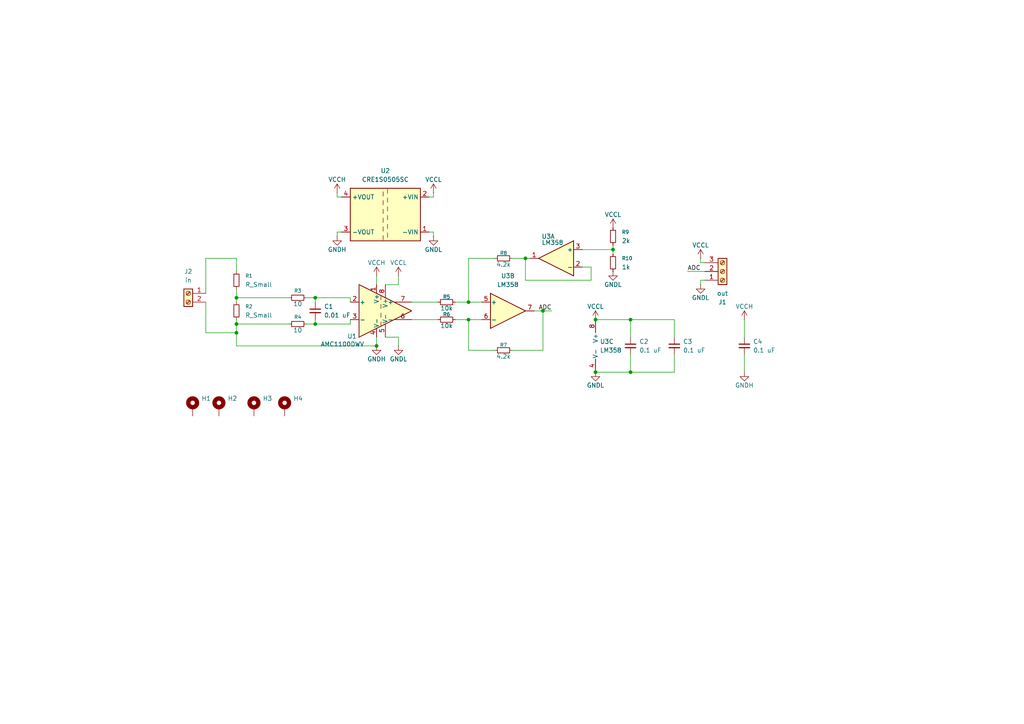
<source format=kicad_sch>
(kicad_sch
	(version 20250114)
	(generator "eeschema")
	(generator_version "9.0")
	(uuid "091cf591-88f4-451f-bc65-213db2a80304")
	(paper "A4")
	(lib_symbols
		(symbol "Amplifier_Difference:AMC1100DWV"
			(pin_names
				(offset 0.127)
			)
			(exclude_from_sim no)
			(in_bom yes)
			(on_board yes)
			(property "Reference" "U"
				(at 7.62 8.89 0)
				(effects
					(font
						(size 1.27 1.27)
					)
					(justify right)
				)
			)
			(property "Value" "AMC1100DWV"
				(at 1.27 6.35 0)
				(effects
					(font
						(size 1.27 1.27)
					)
					(justify left)
				)
			)
			(property "Footprint" "Package_SO:SOIC-8_7.5x5.85mm_P1.27mm"
				(at 0 0 0)
				(effects
					(font
						(size 1.27 1.27)
					)
					(hide yes)
				)
			)
			(property "Datasheet" "http://www.ti.com/lit/ds/symlink/amc1100.pdf"
				(at 16.51 -17.78 0)
				(effects
					(font
						(size 1.27 1.27)
					)
					(hide yes)
				)
			)
			(property "Description" "Fully-differential isolated amplifier, fixed gain = 8, peak isolation voltage 4250V, transient immunity 2.5kV/us, UL1577/IEC60747-5-2 approved, SOIC-8"
				(at 0 0 0)
				(effects
					(font
						(size 1.27 1.27)
					)
					(hide yes)
				)
			)
			(property "ki_keywords" "isolated difference amplifier"
				(at 0 0 0)
				(effects
					(font
						(size 1.27 1.27)
					)
					(hide yes)
				)
			)
			(property "ki_fp_filters" "SOIC*7.5x5.85mm*P1.27mm*"
				(at 0 0 0)
				(effects
					(font
						(size 1.27 1.27)
					)
					(hide yes)
				)
			)
			(symbol "AMC1100DWV_0_1"
				(polyline
					(pts
						(xy -7.62 -7.62) (xy -7.62 7.62) (xy 7.62 0) (xy -7.62 -7.62)
					)
					(stroke
						(width 0.254)
						(type default)
					)
					(fill
						(type background)
					)
				)
				(polyline
					(pts
						(xy -1.27 4.445) (xy -1.27 3.175)
					)
					(stroke
						(width 0)
						(type default)
					)
					(fill
						(type none)
					)
				)
				(polyline
					(pts
						(xy -1.27 1.905) (xy -1.27 0.635)
					)
					(stroke
						(width 0)
						(type default)
					)
					(fill
						(type none)
					)
				)
				(polyline
					(pts
						(xy -1.27 -0.635) (xy -1.27 -1.905)
					)
					(stroke
						(width 0)
						(type default)
					)
					(fill
						(type none)
					)
				)
				(polyline
					(pts
						(xy -1.27 -3.175) (xy -1.27 -4.445)
					)
					(stroke
						(width 0)
						(type default)
					)
					(fill
						(type none)
					)
				)
			)
			(symbol "AMC1100DWV_1_1"
				(pin input line
					(at -10.16 2.54 0)
					(length 2.54)
					(name "+"
						(effects
							(font
								(size 1.27 1.27)
							)
						)
					)
					(number "2"
						(effects
							(font
								(size 1.27 1.27)
							)
						)
					)
				)
				(pin input line
					(at -10.16 -2.54 0)
					(length 2.54)
					(name "-"
						(effects
							(font
								(size 1.27 1.27)
							)
						)
					)
					(number "3"
						(effects
							(font
								(size 1.27 1.27)
							)
						)
					)
				)
				(pin power_in line
					(at -2.54 7.62 270)
					(length 2.54)
					(name "V+"
						(effects
							(font
								(size 1.27 1.27)
							)
						)
					)
					(number "1"
						(effects
							(font
								(size 1.27 1.27)
							)
						)
					)
				)
				(pin power_in line
					(at -2.54 -7.62 90)
					(length 2.54)
					(name "V-"
						(effects
							(font
								(size 1.27 1.27)
							)
						)
					)
					(number "4"
						(effects
							(font
								(size 1.27 1.27)
							)
						)
					)
				)
				(pin power_in line
					(at 0 7.62 270)
					(length 3.81)
					(name "V+"
						(effects
							(font
								(size 1.27 1.27)
							)
						)
					)
					(number "8"
						(effects
							(font
								(size 1.27 1.27)
							)
						)
					)
				)
				(pin power_in line
					(at 0 -7.62 90)
					(length 3.81)
					(name "V-"
						(effects
							(font
								(size 1.27 1.27)
							)
						)
					)
					(number "5"
						(effects
							(font
								(size 1.27 1.27)
							)
						)
					)
				)
				(pin output line
					(at 7.62 2.54 180)
					(length 5.08)
					(name "+"
						(effects
							(font
								(size 1.27 1.27)
							)
						)
					)
					(number "7"
						(effects
							(font
								(size 1.27 1.27)
							)
						)
					)
				)
				(pin output line
					(at 7.62 -2.54 180)
					(length 5.08)
					(name "-"
						(effects
							(font
								(size 1.27 1.27)
							)
						)
					)
					(number "6"
						(effects
							(font
								(size 1.27 1.27)
							)
						)
					)
				)
			)
			(embedded_fonts no)
		)
		(symbol "Amplifier_Operational:LM358"
			(pin_names
				(offset 0.127)
			)
			(exclude_from_sim no)
			(in_bom yes)
			(on_board yes)
			(property "Reference" "U"
				(at 0 5.08 0)
				(effects
					(font
						(size 1.27 1.27)
					)
					(justify left)
				)
			)
			(property "Value" "LM358"
				(at 0 -5.08 0)
				(effects
					(font
						(size 1.27 1.27)
					)
					(justify left)
				)
			)
			(property "Footprint" ""
				(at 0 0 0)
				(effects
					(font
						(size 1.27 1.27)
					)
					(hide yes)
				)
			)
			(property "Datasheet" "http://www.ti.com/lit/ds/symlink/lm2904-n.pdf"
				(at 0 0 0)
				(effects
					(font
						(size 1.27 1.27)
					)
					(hide yes)
				)
			)
			(property "Description" "Low-Power, Dual Operational Amplifiers, DIP-8/SOIC-8/TO-99-8"
				(at 0 0 0)
				(effects
					(font
						(size 1.27 1.27)
					)
					(hide yes)
				)
			)
			(property "ki_locked" ""
				(at 0 0 0)
				(effects
					(font
						(size 1.27 1.27)
					)
				)
			)
			(property "ki_keywords" "dual opamp"
				(at 0 0 0)
				(effects
					(font
						(size 1.27 1.27)
					)
					(hide yes)
				)
			)
			(property "ki_fp_filters" "SOIC*3.9x4.9mm*P1.27mm* DIP*W7.62mm* TO*99* OnSemi*Micro8* TSSOP*3x3mm*P0.65mm* TSSOP*4.4x3mm*P0.65mm* MSOP*3x3mm*P0.65mm* SSOP*3.9x4.9mm*P0.635mm* LFCSP*2x2mm*P0.5mm* *SIP* SOIC*5.3x6.2mm*P1.27mm*"
				(at 0 0 0)
				(effects
					(font
						(size 1.27 1.27)
					)
					(hide yes)
				)
			)
			(symbol "LM358_1_1"
				(polyline
					(pts
						(xy -5.08 5.08) (xy 5.08 0) (xy -5.08 -5.08) (xy -5.08 5.08)
					)
					(stroke
						(width 0.254)
						(type default)
					)
					(fill
						(type background)
					)
				)
				(pin input line
					(at -7.62 2.54 0)
					(length 2.54)
					(name "+"
						(effects
							(font
								(size 1.27 1.27)
							)
						)
					)
					(number "3"
						(effects
							(font
								(size 1.27 1.27)
							)
						)
					)
				)
				(pin input line
					(at -7.62 -2.54 0)
					(length 2.54)
					(name "-"
						(effects
							(font
								(size 1.27 1.27)
							)
						)
					)
					(number "2"
						(effects
							(font
								(size 1.27 1.27)
							)
						)
					)
				)
				(pin output line
					(at 7.62 0 180)
					(length 2.54)
					(name "~"
						(effects
							(font
								(size 1.27 1.27)
							)
						)
					)
					(number "1"
						(effects
							(font
								(size 1.27 1.27)
							)
						)
					)
				)
			)
			(symbol "LM358_2_1"
				(polyline
					(pts
						(xy -5.08 5.08) (xy 5.08 0) (xy -5.08 -5.08) (xy -5.08 5.08)
					)
					(stroke
						(width 0.254)
						(type default)
					)
					(fill
						(type background)
					)
				)
				(pin input line
					(at -7.62 2.54 0)
					(length 2.54)
					(name "+"
						(effects
							(font
								(size 1.27 1.27)
							)
						)
					)
					(number "5"
						(effects
							(font
								(size 1.27 1.27)
							)
						)
					)
				)
				(pin input line
					(at -7.62 -2.54 0)
					(length 2.54)
					(name "-"
						(effects
							(font
								(size 1.27 1.27)
							)
						)
					)
					(number "6"
						(effects
							(font
								(size 1.27 1.27)
							)
						)
					)
				)
				(pin output line
					(at 7.62 0 180)
					(length 2.54)
					(name "~"
						(effects
							(font
								(size 1.27 1.27)
							)
						)
					)
					(number "7"
						(effects
							(font
								(size 1.27 1.27)
							)
						)
					)
				)
			)
			(symbol "LM358_3_1"
				(pin power_in line
					(at -2.54 7.62 270)
					(length 3.81)
					(name "V+"
						(effects
							(font
								(size 1.27 1.27)
							)
						)
					)
					(number "8"
						(effects
							(font
								(size 1.27 1.27)
							)
						)
					)
				)
				(pin power_in line
					(at -2.54 -7.62 90)
					(length 3.81)
					(name "V-"
						(effects
							(font
								(size 1.27 1.27)
							)
						)
					)
					(number "4"
						(effects
							(font
								(size 1.27 1.27)
							)
						)
					)
				)
			)
			(embedded_fonts no)
		)
		(symbol "Connector:Screw_Terminal_01x02"
			(pin_names
				(offset 1.016)
				(hide yes)
			)
			(exclude_from_sim no)
			(in_bom yes)
			(on_board yes)
			(property "Reference" "J"
				(at 0 2.54 0)
				(effects
					(font
						(size 1.27 1.27)
					)
				)
			)
			(property "Value" "Screw_Terminal_01x02"
				(at 0 -5.08 0)
				(effects
					(font
						(size 1.27 1.27)
					)
				)
			)
			(property "Footprint" ""
				(at 0 0 0)
				(effects
					(font
						(size 1.27 1.27)
					)
					(hide yes)
				)
			)
			(property "Datasheet" "~"
				(at 0 0 0)
				(effects
					(font
						(size 1.27 1.27)
					)
					(hide yes)
				)
			)
			(property "Description" "Generic screw terminal, single row, 01x02, script generated (kicad-library-utils/schlib/autogen/connector/)"
				(at 0 0 0)
				(effects
					(font
						(size 1.27 1.27)
					)
					(hide yes)
				)
			)
			(property "ki_keywords" "screw terminal"
				(at 0 0 0)
				(effects
					(font
						(size 1.27 1.27)
					)
					(hide yes)
				)
			)
			(property "ki_fp_filters" "TerminalBlock*:*"
				(at 0 0 0)
				(effects
					(font
						(size 1.27 1.27)
					)
					(hide yes)
				)
			)
			(symbol "Screw_Terminal_01x02_1_1"
				(rectangle
					(start -1.27 1.27)
					(end 1.27 -3.81)
					(stroke
						(width 0.254)
						(type default)
					)
					(fill
						(type background)
					)
				)
				(polyline
					(pts
						(xy -0.5334 0.3302) (xy 0.3302 -0.508)
					)
					(stroke
						(width 0.1524)
						(type default)
					)
					(fill
						(type none)
					)
				)
				(polyline
					(pts
						(xy -0.5334 -2.2098) (xy 0.3302 -3.048)
					)
					(stroke
						(width 0.1524)
						(type default)
					)
					(fill
						(type none)
					)
				)
				(polyline
					(pts
						(xy -0.3556 0.508) (xy 0.508 -0.3302)
					)
					(stroke
						(width 0.1524)
						(type default)
					)
					(fill
						(type none)
					)
				)
				(polyline
					(pts
						(xy -0.3556 -2.032) (xy 0.508 -2.8702)
					)
					(stroke
						(width 0.1524)
						(type default)
					)
					(fill
						(type none)
					)
				)
				(circle
					(center 0 0)
					(radius 0.635)
					(stroke
						(width 0.1524)
						(type default)
					)
					(fill
						(type none)
					)
				)
				(circle
					(center 0 -2.54)
					(radius 0.635)
					(stroke
						(width 0.1524)
						(type default)
					)
					(fill
						(type none)
					)
				)
				(pin passive line
					(at -5.08 0 0)
					(length 3.81)
					(name "Pin_1"
						(effects
							(font
								(size 1.27 1.27)
							)
						)
					)
					(number "1"
						(effects
							(font
								(size 1.27 1.27)
							)
						)
					)
				)
				(pin passive line
					(at -5.08 -2.54 0)
					(length 3.81)
					(name "Pin_2"
						(effects
							(font
								(size 1.27 1.27)
							)
						)
					)
					(number "2"
						(effects
							(font
								(size 1.27 1.27)
							)
						)
					)
				)
			)
			(embedded_fonts no)
		)
		(symbol "Connector:Screw_Terminal_01x03"
			(pin_names
				(offset 1.016)
				(hide yes)
			)
			(exclude_from_sim no)
			(in_bom yes)
			(on_board yes)
			(property "Reference" "J"
				(at 0 5.08 0)
				(effects
					(font
						(size 1.27 1.27)
					)
				)
			)
			(property "Value" "Screw_Terminal_01x03"
				(at 0 -5.08 0)
				(effects
					(font
						(size 1.27 1.27)
					)
				)
			)
			(property "Footprint" ""
				(at 0 0 0)
				(effects
					(font
						(size 1.27 1.27)
					)
					(hide yes)
				)
			)
			(property "Datasheet" "~"
				(at 0 0 0)
				(effects
					(font
						(size 1.27 1.27)
					)
					(hide yes)
				)
			)
			(property "Description" "Generic screw terminal, single row, 01x03, script generated (kicad-library-utils/schlib/autogen/connector/)"
				(at 0 0 0)
				(effects
					(font
						(size 1.27 1.27)
					)
					(hide yes)
				)
			)
			(property "ki_keywords" "screw terminal"
				(at 0 0 0)
				(effects
					(font
						(size 1.27 1.27)
					)
					(hide yes)
				)
			)
			(property "ki_fp_filters" "TerminalBlock*:*"
				(at 0 0 0)
				(effects
					(font
						(size 1.27 1.27)
					)
					(hide yes)
				)
			)
			(symbol "Screw_Terminal_01x03_1_1"
				(rectangle
					(start -1.27 3.81)
					(end 1.27 -3.81)
					(stroke
						(width 0.254)
						(type default)
					)
					(fill
						(type background)
					)
				)
				(polyline
					(pts
						(xy -0.5334 2.8702) (xy 0.3302 2.032)
					)
					(stroke
						(width 0.1524)
						(type default)
					)
					(fill
						(type none)
					)
				)
				(polyline
					(pts
						(xy -0.5334 0.3302) (xy 0.3302 -0.508)
					)
					(stroke
						(width 0.1524)
						(type default)
					)
					(fill
						(type none)
					)
				)
				(polyline
					(pts
						(xy -0.5334 -2.2098) (xy 0.3302 -3.048)
					)
					(stroke
						(width 0.1524)
						(type default)
					)
					(fill
						(type none)
					)
				)
				(polyline
					(pts
						(xy -0.3556 3.048) (xy 0.508 2.2098)
					)
					(stroke
						(width 0.1524)
						(type default)
					)
					(fill
						(type none)
					)
				)
				(polyline
					(pts
						(xy -0.3556 0.508) (xy 0.508 -0.3302)
					)
					(stroke
						(width 0.1524)
						(type default)
					)
					(fill
						(type none)
					)
				)
				(polyline
					(pts
						(xy -0.3556 -2.032) (xy 0.508 -2.8702)
					)
					(stroke
						(width 0.1524)
						(type default)
					)
					(fill
						(type none)
					)
				)
				(circle
					(center 0 2.54)
					(radius 0.635)
					(stroke
						(width 0.1524)
						(type default)
					)
					(fill
						(type none)
					)
				)
				(circle
					(center 0 0)
					(radius 0.635)
					(stroke
						(width 0.1524)
						(type default)
					)
					(fill
						(type none)
					)
				)
				(circle
					(center 0 -2.54)
					(radius 0.635)
					(stroke
						(width 0.1524)
						(type default)
					)
					(fill
						(type none)
					)
				)
				(pin passive line
					(at -5.08 2.54 0)
					(length 3.81)
					(name "Pin_1"
						(effects
							(font
								(size 1.27 1.27)
							)
						)
					)
					(number "1"
						(effects
							(font
								(size 1.27 1.27)
							)
						)
					)
				)
				(pin passive line
					(at -5.08 0 0)
					(length 3.81)
					(name "Pin_2"
						(effects
							(font
								(size 1.27 1.27)
							)
						)
					)
					(number "2"
						(effects
							(font
								(size 1.27 1.27)
							)
						)
					)
				)
				(pin passive line
					(at -5.08 -2.54 0)
					(length 3.81)
					(name "Pin_3"
						(effects
							(font
								(size 1.27 1.27)
							)
						)
					)
					(number "3"
						(effects
							(font
								(size 1.27 1.27)
							)
						)
					)
				)
			)
			(embedded_fonts no)
		)
		(symbol "Device:C_Small"
			(pin_numbers
				(hide yes)
			)
			(pin_names
				(offset 0.254)
				(hide yes)
			)
			(exclude_from_sim no)
			(in_bom yes)
			(on_board yes)
			(property "Reference" "C"
				(at 0.254 1.778 0)
				(effects
					(font
						(size 1.27 1.27)
					)
					(justify left)
				)
			)
			(property "Value" "C_Small"
				(at 0.254 -2.032 0)
				(effects
					(font
						(size 1.27 1.27)
					)
					(justify left)
				)
			)
			(property "Footprint" ""
				(at 0 0 0)
				(effects
					(font
						(size 1.27 1.27)
					)
					(hide yes)
				)
			)
			(property "Datasheet" "~"
				(at 0 0 0)
				(effects
					(font
						(size 1.27 1.27)
					)
					(hide yes)
				)
			)
			(property "Description" "Unpolarized capacitor, small symbol"
				(at 0 0 0)
				(effects
					(font
						(size 1.27 1.27)
					)
					(hide yes)
				)
			)
			(property "ki_keywords" "capacitor cap"
				(at 0 0 0)
				(effects
					(font
						(size 1.27 1.27)
					)
					(hide yes)
				)
			)
			(property "ki_fp_filters" "C_*"
				(at 0 0 0)
				(effects
					(font
						(size 1.27 1.27)
					)
					(hide yes)
				)
			)
			(symbol "C_Small_0_1"
				(polyline
					(pts
						(xy -1.524 0.508) (xy 1.524 0.508)
					)
					(stroke
						(width 0.3048)
						(type default)
					)
					(fill
						(type none)
					)
				)
				(polyline
					(pts
						(xy -1.524 -0.508) (xy 1.524 -0.508)
					)
					(stroke
						(width 0.3302)
						(type default)
					)
					(fill
						(type none)
					)
				)
			)
			(symbol "C_Small_1_1"
				(pin passive line
					(at 0 2.54 270)
					(length 2.032)
					(name "~"
						(effects
							(font
								(size 1.27 1.27)
							)
						)
					)
					(number "1"
						(effects
							(font
								(size 1.27 1.27)
							)
						)
					)
				)
				(pin passive line
					(at 0 -2.54 90)
					(length 2.032)
					(name "~"
						(effects
							(font
								(size 1.27 1.27)
							)
						)
					)
					(number "2"
						(effects
							(font
								(size 1.27 1.27)
							)
						)
					)
				)
			)
			(embedded_fonts no)
		)
		(symbol "Device:R_Small"
			(pin_numbers
				(hide yes)
			)
			(pin_names
				(offset 0.254)
				(hide yes)
			)
			(exclude_from_sim no)
			(in_bom yes)
			(on_board yes)
			(property "Reference" "R"
				(at 0 0 90)
				(effects
					(font
						(size 1.016 1.016)
					)
				)
			)
			(property "Value" "R_Small"
				(at 1.778 0 90)
				(effects
					(font
						(size 1.27 1.27)
					)
				)
			)
			(property "Footprint" ""
				(at 0 0 0)
				(effects
					(font
						(size 1.27 1.27)
					)
					(hide yes)
				)
			)
			(property "Datasheet" "~"
				(at 0 0 0)
				(effects
					(font
						(size 1.27 1.27)
					)
					(hide yes)
				)
			)
			(property "Description" "Resistor, small symbol"
				(at 0 0 0)
				(effects
					(font
						(size 1.27 1.27)
					)
					(hide yes)
				)
			)
			(property "ki_keywords" "R resistor"
				(at 0 0 0)
				(effects
					(font
						(size 1.27 1.27)
					)
					(hide yes)
				)
			)
			(property "ki_fp_filters" "R_*"
				(at 0 0 0)
				(effects
					(font
						(size 1.27 1.27)
					)
					(hide yes)
				)
			)
			(symbol "R_Small_0_1"
				(rectangle
					(start -0.762 1.778)
					(end 0.762 -1.778)
					(stroke
						(width 0.2032)
						(type default)
					)
					(fill
						(type none)
					)
				)
			)
			(symbol "R_Small_1_1"
				(pin passive line
					(at 0 2.54 270)
					(length 0.762)
					(name "~"
						(effects
							(font
								(size 1.27 1.27)
							)
						)
					)
					(number "1"
						(effects
							(font
								(size 1.27 1.27)
							)
						)
					)
				)
				(pin passive line
					(at 0 -2.54 90)
					(length 0.762)
					(name "~"
						(effects
							(font
								(size 1.27 1.27)
							)
						)
					)
					(number "2"
						(effects
							(font
								(size 1.27 1.27)
							)
						)
					)
				)
			)
			(embedded_fonts no)
		)
		(symbol "Mechanical:MountingHole_Pad"
			(pin_numbers
				(hide yes)
			)
			(pin_names
				(offset 1.016)
				(hide yes)
			)
			(exclude_from_sim no)
			(in_bom no)
			(on_board yes)
			(property "Reference" "H"
				(at 0 6.35 0)
				(effects
					(font
						(size 1.27 1.27)
					)
				)
			)
			(property "Value" "MountingHole_Pad"
				(at 0 4.445 0)
				(effects
					(font
						(size 1.27 1.27)
					)
				)
			)
			(property "Footprint" ""
				(at 0 0 0)
				(effects
					(font
						(size 1.27 1.27)
					)
					(hide yes)
				)
			)
			(property "Datasheet" "~"
				(at 0 0 0)
				(effects
					(font
						(size 1.27 1.27)
					)
					(hide yes)
				)
			)
			(property "Description" "Mounting Hole with connection"
				(at 0 0 0)
				(effects
					(font
						(size 1.27 1.27)
					)
					(hide yes)
				)
			)
			(property "ki_keywords" "mounting hole"
				(at 0 0 0)
				(effects
					(font
						(size 1.27 1.27)
					)
					(hide yes)
				)
			)
			(property "ki_fp_filters" "MountingHole*Pad*"
				(at 0 0 0)
				(effects
					(font
						(size 1.27 1.27)
					)
					(hide yes)
				)
			)
			(symbol "MountingHole_Pad_0_1"
				(circle
					(center 0 1.27)
					(radius 1.27)
					(stroke
						(width 1.27)
						(type default)
					)
					(fill
						(type none)
					)
				)
			)
			(symbol "MountingHole_Pad_1_1"
				(pin input line
					(at 0 -2.54 90)
					(length 2.54)
					(name "1"
						(effects
							(font
								(size 1.27 1.27)
							)
						)
					)
					(number "1"
						(effects
							(font
								(size 1.27 1.27)
							)
						)
					)
				)
			)
			(embedded_fonts no)
		)
		(symbol "Regulator_Switching:CRE1S0505SC"
			(exclude_from_sim no)
			(in_bom yes)
			(on_board yes)
			(property "Reference" "U"
				(at -8.89 8.89 0)
				(effects
					(font
						(size 1.27 1.27)
					)
				)
			)
			(property "Value" "CRE1S0505SC"
				(at 2.54 8.89 0)
				(effects
					(font
						(size 1.27 1.27)
					)
				)
			)
			(property "Footprint" "Converter_DCDC:Converter_DCDC_Murata_CRE1xxxxxxSC_THT"
				(at 0 -10.16 0)
				(effects
					(font
						(size 1.27 1.27)
					)
					(hide yes)
				)
			)
			(property "Datasheet" "http://power.murata.com/datasheet?/data/power/ncl/kdc_cre1.pdf"
				(at 0 -12.7 0)
				(effects
					(font
						(size 1.27 1.27)
					)
					(hide yes)
				)
			)
			(property "Description" "5V to 5V 200mA DC-DC Converter with 1kV isolation, SIP-4"
				(at 0 0 0)
				(effects
					(font
						(size 1.27 1.27)
					)
					(hide yes)
				)
			)
			(property "ki_keywords" "Murata isolated isolation dc-dc converter transformer"
				(at 0 0 0)
				(effects
					(font
						(size 1.27 1.27)
					)
					(hide yes)
				)
			)
			(property "ki_fp_filters" "Converter*DCDC*Murata*CRE1xxxxxxSC*"
				(at 0 0 0)
				(effects
					(font
						(size 1.27 1.27)
					)
					(hide yes)
				)
			)
			(symbol "CRE1S0505SC_0_1"
				(rectangle
					(start -10.16 7.62)
					(end 10.16 -7.62)
					(stroke
						(width 0.254)
						(type default)
					)
					(fill
						(type background)
					)
				)
				(polyline
					(pts
						(xy -0.635 7.366) (xy -0.635 6.096)
					)
					(stroke
						(width 0)
						(type default)
					)
					(fill
						(type none)
					)
				)
				(polyline
					(pts
						(xy -0.635 4.826) (xy -0.635 3.556)
					)
					(stroke
						(width 0)
						(type default)
					)
					(fill
						(type none)
					)
				)
				(polyline
					(pts
						(xy -0.635 2.286) (xy -0.635 1.016)
					)
					(stroke
						(width 0)
						(type default)
					)
					(fill
						(type none)
					)
				)
				(polyline
					(pts
						(xy -0.635 -0.254) (xy -0.635 -1.524)
					)
					(stroke
						(width 0)
						(type default)
					)
					(fill
						(type none)
					)
				)
				(polyline
					(pts
						(xy -0.635 -2.794) (xy -0.635 -4.064)
					)
					(stroke
						(width 0)
						(type default)
					)
					(fill
						(type none)
					)
				)
				(polyline
					(pts
						(xy -0.635 -5.334) (xy -0.635 -6.604)
					)
					(stroke
						(width 0)
						(type default)
					)
					(fill
						(type none)
					)
				)
				(polyline
					(pts
						(xy 0.635 5.334) (xy 0.635 6.604)
					)
					(stroke
						(width 0)
						(type default)
					)
					(fill
						(type none)
					)
				)
				(polyline
					(pts
						(xy 0.635 2.794) (xy 0.635 4.064)
					)
					(stroke
						(width 0)
						(type default)
					)
					(fill
						(type none)
					)
				)
				(polyline
					(pts
						(xy 0.635 0.254) (xy 0.635 1.524)
					)
					(stroke
						(width 0)
						(type default)
					)
					(fill
						(type none)
					)
				)
				(polyline
					(pts
						(xy 0.635 -2.286) (xy 0.635 -1.016)
					)
					(stroke
						(width 0)
						(type default)
					)
					(fill
						(type none)
					)
				)
				(polyline
					(pts
						(xy 0.635 -4.826) (xy 0.635 -3.556)
					)
					(stroke
						(width 0)
						(type default)
					)
					(fill
						(type none)
					)
				)
				(polyline
					(pts
						(xy 0.635 -7.366) (xy 0.635 -6.096)
					)
					(stroke
						(width 0)
						(type default)
					)
					(fill
						(type none)
					)
				)
			)
			(symbol "CRE1S0505SC_1_1"
				(pin power_in line
					(at -12.7 5.08 0)
					(length 2.54)
					(name "+VIN"
						(effects
							(font
								(size 1.27 1.27)
							)
						)
					)
					(number "2"
						(effects
							(font
								(size 1.27 1.27)
							)
						)
					)
				)
				(pin power_in line
					(at -12.7 -5.08 0)
					(length 2.54)
					(name "-VIN"
						(effects
							(font
								(size 1.27 1.27)
							)
						)
					)
					(number "1"
						(effects
							(font
								(size 1.27 1.27)
							)
						)
					)
				)
				(pin power_out line
					(at 12.7 5.08 180)
					(length 2.54)
					(name "+VOUT"
						(effects
							(font
								(size 1.27 1.27)
							)
						)
					)
					(number "4"
						(effects
							(font
								(size 1.27 1.27)
							)
						)
					)
				)
				(pin power_out line
					(at 12.7 -5.08 180)
					(length 2.54)
					(name "-VOUT"
						(effects
							(font
								(size 1.27 1.27)
							)
						)
					)
					(number "3"
						(effects
							(font
								(size 1.27 1.27)
							)
						)
					)
				)
			)
			(embedded_fonts no)
		)
		(symbol "power:GND"
			(power)
			(pin_numbers
				(hide yes)
			)
			(pin_names
				(offset 0)
				(hide yes)
			)
			(exclude_from_sim no)
			(in_bom yes)
			(on_board yes)
			(property "Reference" "#PWR"
				(at 0 -6.35 0)
				(effects
					(font
						(size 1.27 1.27)
					)
					(hide yes)
				)
			)
			(property "Value" "GND"
				(at 0 -3.81 0)
				(effects
					(font
						(size 1.27 1.27)
					)
				)
			)
			(property "Footprint" ""
				(at 0 0 0)
				(effects
					(font
						(size 1.27 1.27)
					)
					(hide yes)
				)
			)
			(property "Datasheet" ""
				(at 0 0 0)
				(effects
					(font
						(size 1.27 1.27)
					)
					(hide yes)
				)
			)
			(property "Description" "Power symbol creates a global label with name \"GND\" , ground"
				(at 0 0 0)
				(effects
					(font
						(size 1.27 1.27)
					)
					(hide yes)
				)
			)
			(property "ki_keywords" "global power"
				(at 0 0 0)
				(effects
					(font
						(size 1.27 1.27)
					)
					(hide yes)
				)
			)
			(symbol "GND_0_1"
				(polyline
					(pts
						(xy 0 0) (xy 0 -1.27) (xy 1.27 -1.27) (xy 0 -2.54) (xy -1.27 -1.27) (xy 0 -1.27)
					)
					(stroke
						(width 0)
						(type default)
					)
					(fill
						(type none)
					)
				)
			)
			(symbol "GND_1_1"
				(pin power_in line
					(at 0 0 270)
					(length 0)
					(name "~"
						(effects
							(font
								(size 1.27 1.27)
							)
						)
					)
					(number "1"
						(effects
							(font
								(size 1.27 1.27)
							)
						)
					)
				)
			)
			(embedded_fonts no)
		)
		(symbol "power:VCC"
			(power)
			(pin_numbers
				(hide yes)
			)
			(pin_names
				(offset 0)
				(hide yes)
			)
			(exclude_from_sim no)
			(in_bom yes)
			(on_board yes)
			(property "Reference" "#PWR"
				(at 0 -3.81 0)
				(effects
					(font
						(size 1.27 1.27)
					)
					(hide yes)
				)
			)
			(property "Value" "VCC"
				(at 0 3.556 0)
				(effects
					(font
						(size 1.27 1.27)
					)
				)
			)
			(property "Footprint" ""
				(at 0 0 0)
				(effects
					(font
						(size 1.27 1.27)
					)
					(hide yes)
				)
			)
			(property "Datasheet" ""
				(at 0 0 0)
				(effects
					(font
						(size 1.27 1.27)
					)
					(hide yes)
				)
			)
			(property "Description" "Power symbol creates a global label with name \"VCC\""
				(at 0 0 0)
				(effects
					(font
						(size 1.27 1.27)
					)
					(hide yes)
				)
			)
			(property "ki_keywords" "global power"
				(at 0 0 0)
				(effects
					(font
						(size 1.27 1.27)
					)
					(hide yes)
				)
			)
			(symbol "VCC_0_1"
				(polyline
					(pts
						(xy -0.762 1.27) (xy 0 2.54)
					)
					(stroke
						(width 0)
						(type default)
					)
					(fill
						(type none)
					)
				)
				(polyline
					(pts
						(xy 0 2.54) (xy 0.762 1.27)
					)
					(stroke
						(width 0)
						(type default)
					)
					(fill
						(type none)
					)
				)
				(polyline
					(pts
						(xy 0 0) (xy 0 2.54)
					)
					(stroke
						(width 0)
						(type default)
					)
					(fill
						(type none)
					)
				)
			)
			(symbol "VCC_1_1"
				(pin power_in line
					(at 0 0 90)
					(length 0)
					(name "~"
						(effects
							(font
								(size 1.27 1.27)
							)
						)
					)
					(number "1"
						(effects
							(font
								(size 1.27 1.27)
							)
						)
					)
				)
			)
			(embedded_fonts no)
		)
	)
	(junction
		(at 109.22 100.33)
		(diameter 0)
		(color 0 0 0 0)
		(uuid "03523e90-7806-452b-a468-457e808cbe49")
	)
	(junction
		(at 172.72 92.71)
		(diameter 0)
		(color 0 0 0 0)
		(uuid "091f85bb-9fec-4650-81c6-810d7edbfb63")
	)
	(junction
		(at 177.8 72.39)
		(diameter 0)
		(color 0 0 0 0)
		(uuid "1a530883-bb57-4489-aac0-3d244ce8f6c3")
	)
	(junction
		(at 135.89 92.71)
		(diameter 0)
		(color 0 0 0 0)
		(uuid "339b4669-3f81-453c-983f-75c980eb3bda")
	)
	(junction
		(at 68.58 86.36)
		(diameter 0)
		(color 0 0 0 0)
		(uuid "3953df27-ff89-4914-b943-e4394ec25802")
	)
	(junction
		(at 182.88 107.95)
		(diameter 0)
		(color 0 0 0 0)
		(uuid "499e22e8-442c-4a23-8ee0-a6d4b3c6a31e")
	)
	(junction
		(at 135.89 87.63)
		(diameter 0)
		(color 0 0 0 0)
		(uuid "5d01bc7b-0c15-475a-90cd-f6b9279aa98b")
	)
	(junction
		(at 91.44 86.36)
		(diameter 0)
		(color 0 0 0 0)
		(uuid "91043ae9-4770-48be-8f49-412a6ed77a18")
	)
	(junction
		(at 68.58 93.98)
		(diameter 0)
		(color 0 0 0 0)
		(uuid "a412fd24-2742-4232-809a-6793c4cc5c52")
	)
	(junction
		(at 182.88 92.71)
		(diameter 0)
		(color 0 0 0 0)
		(uuid "a615f9ae-5cf6-4724-a0f1-105c2a05b8d9")
	)
	(junction
		(at 172.72 107.95)
		(diameter 0)
		(color 0 0 0 0)
		(uuid "ae75802c-afca-42f9-b0f9-195a8f6456e2")
	)
	(junction
		(at 91.44 93.98)
		(diameter 0)
		(color 0 0 0 0)
		(uuid "afdbb263-956a-45e5-bbe6-903d6c6a2445")
	)
	(junction
		(at 152.4 74.93)
		(diameter 0)
		(color 0 0 0 0)
		(uuid "f345ddeb-1757-44cf-a0be-3bf3012000cb")
	)
	(junction
		(at 68.58 96.52)
		(diameter 0)
		(color 0 0 0 0)
		(uuid "f67f3f3d-0bdf-4caf-9aed-2d5eda8fd698")
	)
	(junction
		(at 157.48 90.17)
		(diameter 0)
		(color 0 0 0 0)
		(uuid "fecfeb69-fd69-4233-bc41-bf9a71a93ccf")
	)
	(wire
		(pts
			(xy 195.58 97.79) (xy 195.58 92.71)
		)
		(stroke
			(width 0)
			(type default)
		)
		(uuid "0179a6bf-08e5-40ff-8560-0188ab3f589c")
	)
	(wire
		(pts
			(xy 203.2 74.93) (xy 203.2 76.2)
		)
		(stroke
			(width 0)
			(type default)
		)
		(uuid "03348b7e-2c5a-4ac9-ae73-b9dce2097004")
	)
	(wire
		(pts
			(xy 125.73 67.31) (xy 125.73 68.58)
		)
		(stroke
			(width 0)
			(type default)
		)
		(uuid "0743f67a-54b0-4ab6-8425-e0cac4efb9a2")
	)
	(wire
		(pts
			(xy 132.08 87.63) (xy 135.89 87.63)
		)
		(stroke
			(width 0)
			(type default)
		)
		(uuid "0dc69f03-445a-4eb3-b092-fb871e0033db")
	)
	(wire
		(pts
			(xy 157.48 101.6) (xy 157.48 90.17)
		)
		(stroke
			(width 0)
			(type default)
		)
		(uuid "131f9aa5-93df-4b50-8824-62566700bb0f")
	)
	(wire
		(pts
			(xy 119.38 92.71) (xy 127 92.71)
		)
		(stroke
			(width 0)
			(type default)
		)
		(uuid "14781ed3-bf64-494e-9139-3f1b33642636")
	)
	(wire
		(pts
			(xy 115.57 82.55) (xy 111.76 82.55)
		)
		(stroke
			(width 0)
			(type default)
		)
		(uuid "151f9e17-6482-4655-b14e-caae7e49ce17")
	)
	(wire
		(pts
			(xy 135.89 74.93) (xy 135.89 87.63)
		)
		(stroke
			(width 0)
			(type default)
		)
		(uuid "15608336-4555-459e-af4e-e7f3472cc110")
	)
	(wire
		(pts
			(xy 68.58 96.52) (xy 68.58 100.33)
		)
		(stroke
			(width 0)
			(type default)
		)
		(uuid "1a6ffb1f-e558-483e-a430-a12c82e16e5b")
	)
	(wire
		(pts
			(xy 68.58 86.36) (xy 68.58 87.63)
		)
		(stroke
			(width 0)
			(type default)
		)
		(uuid "1b91e201-abe8-49ab-b94d-507fc9959a09")
	)
	(wire
		(pts
			(xy 111.76 97.79) (xy 115.57 97.79)
		)
		(stroke
			(width 0)
			(type default)
		)
		(uuid "1d1fc3aa-5207-4fba-b56f-8cb5a98735ec")
	)
	(wire
		(pts
			(xy 177.8 71.12) (xy 177.8 72.39)
		)
		(stroke
			(width 0)
			(type default)
		)
		(uuid "1eff9cc7-c20f-48d1-869c-fa875d673c41")
	)
	(wire
		(pts
			(xy 68.58 86.36) (xy 83.82 86.36)
		)
		(stroke
			(width 0)
			(type default)
		)
		(uuid "262631b2-bbb4-4459-a0cd-2c059b564220")
	)
	(wire
		(pts
			(xy 59.69 85.09) (xy 59.69 74.93)
		)
		(stroke
			(width 0)
			(type default)
		)
		(uuid "278bfa9e-4344-434d-8f49-cbba6bfc98b0")
	)
	(wire
		(pts
			(xy 91.44 92.71) (xy 91.44 93.98)
		)
		(stroke
			(width 0)
			(type default)
		)
		(uuid "2edc01af-cb8d-408a-9105-4ac64a937490")
	)
	(wire
		(pts
			(xy 68.58 83.82) (xy 68.58 86.36)
		)
		(stroke
			(width 0)
			(type default)
		)
		(uuid "322fa4d4-249d-4256-a0c2-f3114778b71a")
	)
	(wire
		(pts
			(xy 199.39 78.74) (xy 204.47 78.74)
		)
		(stroke
			(width 0)
			(type default)
		)
		(uuid "337bcb3a-1994-4690-97b6-e8bc31cda190")
	)
	(wire
		(pts
			(xy 125.73 55.88) (xy 125.73 57.15)
		)
		(stroke
			(width 0)
			(type default)
		)
		(uuid "38277dc2-e4e7-485f-9a1e-8e390b7cca4f")
	)
	(wire
		(pts
			(xy 59.69 74.93) (xy 68.58 74.93)
		)
		(stroke
			(width 0)
			(type default)
		)
		(uuid "3860a3cf-46ff-4eae-ae69-b4f1585613f3")
	)
	(wire
		(pts
			(xy 68.58 96.52) (xy 68.58 93.98)
		)
		(stroke
			(width 0)
			(type default)
		)
		(uuid "3b8169b7-8f9f-4790-9d43-4bb0ade38997")
	)
	(wire
		(pts
			(xy 171.45 77.47) (xy 171.45 81.28)
		)
		(stroke
			(width 0)
			(type default)
		)
		(uuid "3e13824f-ae6b-4e43-a8e4-cbf4a9e1432a")
	)
	(wire
		(pts
			(xy 91.44 93.98) (xy 88.9 93.98)
		)
		(stroke
			(width 0)
			(type default)
		)
		(uuid "3ec3757d-1615-4f47-b275-1f54f8b72abc")
	)
	(wire
		(pts
			(xy 215.9 102.87) (xy 215.9 107.95)
		)
		(stroke
			(width 0)
			(type default)
		)
		(uuid "43976847-7e8e-4624-855f-1f3b33f6d89c")
	)
	(wire
		(pts
			(xy 195.58 107.95) (xy 182.88 107.95)
		)
		(stroke
			(width 0)
			(type default)
		)
		(uuid "4666265f-38f8-44ee-bc24-5b5d47e0f41c")
	)
	(wire
		(pts
			(xy 143.51 101.6) (xy 135.89 101.6)
		)
		(stroke
			(width 0)
			(type default)
		)
		(uuid "4d800f99-aa91-4e88-b350-6ff471d88325")
	)
	(wire
		(pts
			(xy 124.46 67.31) (xy 125.73 67.31)
		)
		(stroke
			(width 0)
			(type default)
		)
		(uuid "52eb4ff9-1a7d-4792-8fca-aa472478ec7a")
	)
	(wire
		(pts
			(xy 177.8 72.39) (xy 177.8 73.66)
		)
		(stroke
			(width 0)
			(type default)
		)
		(uuid "5340f4d6-3141-4179-9496-623f6cb57902")
	)
	(wire
		(pts
			(xy 109.22 97.79) (xy 109.22 100.33)
		)
		(stroke
			(width 0)
			(type default)
		)
		(uuid "548b9d04-d154-45e8-895b-aa6a2e2995a3")
	)
	(wire
		(pts
			(xy 182.88 102.87) (xy 182.88 107.95)
		)
		(stroke
			(width 0)
			(type default)
		)
		(uuid "58e44239-7c51-4ba5-ad0d-91f77b3040c9")
	)
	(wire
		(pts
			(xy 152.4 81.28) (xy 152.4 74.93)
		)
		(stroke
			(width 0)
			(type default)
		)
		(uuid "5c58282e-edec-47c5-97ff-cc519239a2e8")
	)
	(wire
		(pts
			(xy 109.22 80.01) (xy 109.22 82.55)
		)
		(stroke
			(width 0)
			(type default)
		)
		(uuid "664454d7-5b2d-4490-8fb7-9af77d341c9e")
	)
	(wire
		(pts
			(xy 195.58 102.87) (xy 195.58 107.95)
		)
		(stroke
			(width 0)
			(type default)
		)
		(uuid "6b3cf631-7ba5-44d1-9d57-b90a91931539")
	)
	(wire
		(pts
			(xy 97.79 57.15) (xy 99.06 57.15)
		)
		(stroke
			(width 0)
			(type default)
		)
		(uuid "6c045a2e-80d2-44ff-bdc5-bc8593da01f0")
	)
	(wire
		(pts
			(xy 97.79 67.31) (xy 97.79 68.58)
		)
		(stroke
			(width 0)
			(type default)
		)
		(uuid "6d86f33b-5498-4a68-bc6e-75399a2080be")
	)
	(wire
		(pts
			(xy 59.69 87.63) (xy 59.69 96.52)
		)
		(stroke
			(width 0)
			(type default)
		)
		(uuid "6d935a1e-4bbb-499e-b55b-5fe686bc801c")
	)
	(wire
		(pts
			(xy 101.6 92.71) (xy 101.6 93.98)
		)
		(stroke
			(width 0)
			(type default)
		)
		(uuid "712e4c32-9449-4079-806b-09005950d179")
	)
	(wire
		(pts
			(xy 215.9 92.71) (xy 215.9 97.79)
		)
		(stroke
			(width 0)
			(type default)
		)
		(uuid "72c8efbe-34b0-4a01-a854-990ec16ff743")
	)
	(wire
		(pts
			(xy 91.44 86.36) (xy 91.44 87.63)
		)
		(stroke
			(width 0)
			(type default)
		)
		(uuid "7bfc7edc-c0ea-4652-a496-2a741ae1a62b")
	)
	(wire
		(pts
			(xy 203.2 76.2) (xy 204.47 76.2)
		)
		(stroke
			(width 0)
			(type default)
		)
		(uuid "7c0f7cef-f592-4edc-bb3d-6098acd3cd2d")
	)
	(wire
		(pts
			(xy 195.58 92.71) (xy 182.88 92.71)
		)
		(stroke
			(width 0)
			(type default)
		)
		(uuid "7d255fda-482f-476c-9453-b5788b158403")
	)
	(wire
		(pts
			(xy 143.51 74.93) (xy 135.89 74.93)
		)
		(stroke
			(width 0)
			(type default)
		)
		(uuid "8523f1c0-0b2e-4c09-af2a-045631fe5604")
	)
	(wire
		(pts
			(xy 91.44 93.98) (xy 101.6 93.98)
		)
		(stroke
			(width 0)
			(type default)
		)
		(uuid "910284ca-6cec-473a-bfb8-b0e13507e1c2")
	)
	(wire
		(pts
			(xy 157.48 90.17) (xy 160.02 90.17)
		)
		(stroke
			(width 0)
			(type default)
		)
		(uuid "94d86864-f8f9-484d-a1c1-5b0bbeeb53c1")
	)
	(wire
		(pts
			(xy 119.38 87.63) (xy 127 87.63)
		)
		(stroke
			(width 0)
			(type default)
		)
		(uuid "9f57929f-7641-474f-a8c8-b2eb7ddd7bf6")
	)
	(wire
		(pts
			(xy 182.88 92.71) (xy 182.88 97.79)
		)
		(stroke
			(width 0)
			(type default)
		)
		(uuid "9fb1097a-c86c-475c-9893-c2fa916d7749")
	)
	(wire
		(pts
			(xy 125.73 57.15) (xy 124.46 57.15)
		)
		(stroke
			(width 0)
			(type default)
		)
		(uuid "a2bed66f-a9e3-45eb-9121-374f058d38dc")
	)
	(wire
		(pts
			(xy 101.6 87.63) (xy 101.6 86.36)
		)
		(stroke
			(width 0)
			(type default)
		)
		(uuid "ab8adcc0-42f5-4310-8813-429bf7c9cfeb")
	)
	(wire
		(pts
			(xy 152.4 74.93) (xy 153.67 74.93)
		)
		(stroke
			(width 0)
			(type default)
		)
		(uuid "b728e0a2-14bf-48c6-9062-b2610f4a5f19")
	)
	(wire
		(pts
			(xy 132.08 92.71) (xy 135.89 92.71)
		)
		(stroke
			(width 0)
			(type default)
		)
		(uuid "b9ee1890-d818-4c76-a934-c7d7c66de07b")
	)
	(wire
		(pts
			(xy 97.79 55.88) (xy 97.79 57.15)
		)
		(stroke
			(width 0)
			(type default)
		)
		(uuid "bc566874-941a-4154-97c1-33cb4c777e01")
	)
	(wire
		(pts
			(xy 59.69 96.52) (xy 68.58 96.52)
		)
		(stroke
			(width 0)
			(type default)
		)
		(uuid "bcc2d3ba-4478-49c2-a339-380894d709da")
	)
	(wire
		(pts
			(xy 154.94 90.17) (xy 157.48 90.17)
		)
		(stroke
			(width 0)
			(type default)
		)
		(uuid "be2bc8df-39c6-43c7-b660-ff8652b7fced")
	)
	(wire
		(pts
			(xy 68.58 74.93) (xy 68.58 78.74)
		)
		(stroke
			(width 0)
			(type default)
		)
		(uuid "c381e3da-75bb-4676-aa4a-5e4aed031186")
	)
	(wire
		(pts
			(xy 182.88 107.95) (xy 172.72 107.95)
		)
		(stroke
			(width 0)
			(type default)
		)
		(uuid "c884ab66-ec07-4983-b652-3694786e9538")
	)
	(wire
		(pts
			(xy 135.89 92.71) (xy 139.7 92.71)
		)
		(stroke
			(width 0)
			(type default)
		)
		(uuid "ca1d64d4-14b8-48a8-8c4a-5edf2d672f90")
	)
	(wire
		(pts
			(xy 203.2 81.28) (xy 204.47 81.28)
		)
		(stroke
			(width 0)
			(type default)
		)
		(uuid "cebcef03-dba3-45b9-b9fa-6eeec1b2ec9d")
	)
	(wire
		(pts
			(xy 68.58 93.98) (xy 68.58 92.71)
		)
		(stroke
			(width 0)
			(type default)
		)
		(uuid "cf957583-6edb-4a0a-8cdd-7eb50a953bd3")
	)
	(wire
		(pts
			(xy 182.88 92.71) (xy 172.72 92.71)
		)
		(stroke
			(width 0)
			(type default)
		)
		(uuid "d37983d8-a419-4d31-ba33-722ee067ab12")
	)
	(wire
		(pts
			(xy 148.59 74.93) (xy 152.4 74.93)
		)
		(stroke
			(width 0)
			(type default)
		)
		(uuid "d6aaeae0-626f-46f7-8954-332cb79e8582")
	)
	(wire
		(pts
			(xy 203.2 82.55) (xy 203.2 81.28)
		)
		(stroke
			(width 0)
			(type default)
		)
		(uuid "dd5fcfca-c189-4106-b500-2078716cdde5")
	)
	(wire
		(pts
			(xy 99.06 67.31) (xy 97.79 67.31)
		)
		(stroke
			(width 0)
			(type default)
		)
		(uuid "de2792fa-0118-4147-b200-24dab0202730")
	)
	(wire
		(pts
			(xy 135.89 87.63) (xy 139.7 87.63)
		)
		(stroke
			(width 0)
			(type default)
		)
		(uuid "e157acd1-964a-4034-8a55-77fb7db4d6db")
	)
	(wire
		(pts
			(xy 168.91 72.39) (xy 177.8 72.39)
		)
		(stroke
			(width 0)
			(type default)
		)
		(uuid "e170d0d7-75a3-445e-8f13-58ad9027ef62")
	)
	(wire
		(pts
			(xy 168.91 77.47) (xy 171.45 77.47)
		)
		(stroke
			(width 0)
			(type default)
		)
		(uuid "e414685f-f763-4c9d-9463-bb13e6d90a1a")
	)
	(wire
		(pts
			(xy 68.58 93.98) (xy 83.82 93.98)
		)
		(stroke
			(width 0)
			(type default)
		)
		(uuid "e44a4961-84e8-4f7c-9bad-3ea7b14bda60")
	)
	(wire
		(pts
			(xy 115.57 80.01) (xy 115.57 82.55)
		)
		(stroke
			(width 0)
			(type default)
		)
		(uuid "e8d5a5e7-0dd6-4968-8907-0ab3b3bcb61c")
	)
	(wire
		(pts
			(xy 148.59 101.6) (xy 157.48 101.6)
		)
		(stroke
			(width 0)
			(type default)
		)
		(uuid "ea8559ad-613c-48e3-bea1-5edcec819cc8")
	)
	(wire
		(pts
			(xy 109.22 100.33) (xy 68.58 100.33)
		)
		(stroke
			(width 0)
			(type default)
		)
		(uuid "ee6b0f6b-aa2a-44ad-ab63-5a5bb3bcfcaf")
	)
	(wire
		(pts
			(xy 171.45 81.28) (xy 152.4 81.28)
		)
		(stroke
			(width 0)
			(type default)
		)
		(uuid "f34c120a-f714-4be8-965a-ef019b97a703")
	)
	(wire
		(pts
			(xy 135.89 101.6) (xy 135.89 92.71)
		)
		(stroke
			(width 0)
			(type default)
		)
		(uuid "f6e95d14-8efa-4ce1-bcbf-d2046e795b4d")
	)
	(wire
		(pts
			(xy 91.44 86.36) (xy 88.9 86.36)
		)
		(stroke
			(width 0)
			(type default)
		)
		(uuid "f77c4eb8-9163-4668-903c-0e9e9da39a38")
	)
	(wire
		(pts
			(xy 115.57 97.79) (xy 115.57 100.33)
		)
		(stroke
			(width 0)
			(type default)
		)
		(uuid "f894e76a-a90d-4315-8085-5fed10ae50d4")
	)
	(wire
		(pts
			(xy 91.44 86.36) (xy 101.6 86.36)
		)
		(stroke
			(width 0)
			(type default)
		)
		(uuid "fd2cd9a4-92c1-44b4-9e3b-571a2a8c5f97")
	)
	(label "ADC"
		(at 160.02 90.17 180)
		(effects
			(font
				(size 1.27 1.27)
			)
			(justify right bottom)
		)
		(uuid "075952d3-7382-4945-b5c5-6ea2c5454e9d")
	)
	(label "ADC"
		(at 199.39 78.74 0)
		(effects
			(font
				(size 1.27 1.27)
			)
			(justify left bottom)
		)
		(uuid "1c702242-a7e9-4ae8-b1e9-dc7d4e63d613")
	)
	(symbol
		(lib_id "Device:R_Small")
		(at 177.8 76.2 0)
		(unit 1)
		(exclude_from_sim no)
		(in_bom yes)
		(on_board yes)
		(dnp no)
		(fields_autoplaced yes)
		(uuid "100594a4-60e3-4c6b-ad43-1dac9c637ec9")
		(property "Reference" "R10"
			(at 180.34 74.9299 0)
			(effects
				(font
					(size 1.016 1.016)
				)
				(justify left)
			)
		)
		(property "Value" "1k"
			(at 180.34 77.4699 0)
			(effects
				(font
					(size 1.27 1.27)
				)
				(justify left)
			)
		)
		(property "Footprint" "Resistor_THT:R_Axial_DIN0207_L6.3mm_D2.5mm_P10.16mm_Horizontal"
			(at 177.8 76.2 0)
			(effects
				(font
					(size 1.27 1.27)
				)
				(hide yes)
			)
		)
		(property "Datasheet" "~"
			(at 177.8 76.2 0)
			(effects
				(font
					(size 1.27 1.27)
				)
				(hide yes)
			)
		)
		(property "Description" "Resistor, small symbol"
			(at 177.8 76.2 0)
			(effects
				(font
					(size 1.27 1.27)
				)
				(hide yes)
			)
		)
		(pin "1"
			(uuid "7b8e594d-95b3-4fd2-a79a-b1722e33820e")
		)
		(pin "2"
			(uuid "0cb27a92-f1b4-4cd6-9386-0907c23361cb")
		)
		(instances
			(project "AMC1100"
				(path "/091cf591-88f4-451f-bc65-213db2a80304"
					(reference "R10")
					(unit 1)
				)
			)
		)
	)
	(symbol
		(lib_id "Amplifier_Operational:LM358")
		(at 147.32 90.17 0)
		(unit 2)
		(exclude_from_sim no)
		(in_bom yes)
		(on_board yes)
		(dnp no)
		(fields_autoplaced yes)
		(uuid "1432a67d-3d00-419b-afea-96d6898e3e55")
		(property "Reference" "U3"
			(at 147.32 80.01 0)
			(effects
				(font
					(size 1.27 1.27)
				)
			)
		)
		(property "Value" "LM358"
			(at 147.32 82.55 0)
			(effects
				(font
					(size 1.27 1.27)
				)
			)
		)
		(property "Footprint" "Package_DIP:DIP-8_W7.62mm_Socket_LongPads"
			(at 147.32 90.17 0)
			(effects
				(font
					(size 1.27 1.27)
				)
				(hide yes)
			)
		)
		(property "Datasheet" "http://www.ti.com/lit/ds/symlink/lm2904-n.pdf"
			(at 147.32 90.17 0)
			(effects
				(font
					(size 1.27 1.27)
				)
				(hide yes)
			)
		)
		(property "Description" "Low-Power, Dual Operational Amplifiers, DIP-8/SOIC-8/TO-99-8"
			(at 147.32 90.17 0)
			(effects
				(font
					(size 1.27 1.27)
				)
				(hide yes)
			)
		)
		(pin "8"
			(uuid "2f3416f5-7bfb-4e03-8fd6-688b724405e3")
		)
		(pin "3"
			(uuid "6b7ee3d8-2dc8-4552-90f9-1beff4da01a4")
		)
		(pin "1"
			(uuid "72155c09-90fb-446d-b01a-4cf717df9bce")
		)
		(pin "5"
			(uuid "6187e8ca-06b1-4f1b-a29a-cea2ca9468fa")
		)
		(pin "6"
			(uuid "ee7ca274-1ddf-40f6-800a-e100f353337c")
		)
		(pin "2"
			(uuid "749c6c77-957c-4124-b76b-202fca91a55f")
		)
		(pin "7"
			(uuid "face2e04-d966-4d72-a28c-5c0e4aaa1be7")
		)
		(pin "4"
			(uuid "4606b6d0-c7ef-4229-b702-a1622e110998")
		)
		(instances
			(project ""
				(path "/091cf591-88f4-451f-bc65-213db2a80304"
					(reference "U3")
					(unit 2)
				)
			)
		)
	)
	(symbol
		(lib_id "power:VCC")
		(at 215.9 92.71 0)
		(unit 1)
		(exclude_from_sim no)
		(in_bom yes)
		(on_board yes)
		(dnp no)
		(uuid "185c3d91-2876-4ffe-a4a0-08066ebc42a4")
		(property "Reference" "#PWR015"
			(at 215.9 96.52 0)
			(effects
				(font
					(size 1.27 1.27)
				)
				(hide yes)
			)
		)
		(property "Value" "VCCH"
			(at 215.9 88.9 0)
			(effects
				(font
					(size 1.27 1.27)
				)
			)
		)
		(property "Footprint" ""
			(at 215.9 92.71 0)
			(effects
				(font
					(size 1.27 1.27)
				)
				(hide yes)
			)
		)
		(property "Datasheet" ""
			(at 215.9 92.71 0)
			(effects
				(font
					(size 1.27 1.27)
				)
				(hide yes)
			)
		)
		(property "Description" "Power symbol creates a global label with name \"VCC\""
			(at 215.9 92.71 0)
			(effects
				(font
					(size 1.27 1.27)
				)
				(hide yes)
			)
		)
		(pin "1"
			(uuid "294c460c-1f0f-403e-82ab-63299b29ee46")
		)
		(instances
			(project "AMC1100"
				(path "/091cf591-88f4-451f-bc65-213db2a80304"
					(reference "#PWR015")
					(unit 1)
				)
			)
		)
	)
	(symbol
		(lib_id "Mechanical:MountingHole_Pad")
		(at 55.88 118.11 0)
		(unit 1)
		(exclude_from_sim no)
		(in_bom no)
		(on_board yes)
		(dnp no)
		(fields_autoplaced yes)
		(uuid "1b24fadf-1c73-446d-a1c0-2eb3a121bde3")
		(property "Reference" "H1"
			(at 58.42 115.5699 0)
			(effects
				(font
					(size 1.27 1.27)
				)
				(justify left)
			)
		)
		(property "Value" "MountingHole_Pad"
			(at 58.42 118.1099 0)
			(effects
				(font
					(size 1.27 1.27)
				)
				(justify left)
				(hide yes)
			)
		)
		(property "Footprint" "MountingHole:MountingHole_3.2mm_M3_Pad_Via"
			(at 55.88 118.11 0)
			(effects
				(font
					(size 1.27 1.27)
				)
				(hide yes)
			)
		)
		(property "Datasheet" "~"
			(at 55.88 118.11 0)
			(effects
				(font
					(size 1.27 1.27)
				)
				(hide yes)
			)
		)
		(property "Description" "Mounting Hole with connection"
			(at 55.88 118.11 0)
			(effects
				(font
					(size 1.27 1.27)
				)
				(hide yes)
			)
		)
		(pin "1"
			(uuid "e7297eb3-35da-468f-b339-fc45223c3711")
		)
		(instances
			(project ""
				(path "/091cf591-88f4-451f-bc65-213db2a80304"
					(reference "H1")
					(unit 1)
				)
			)
		)
	)
	(symbol
		(lib_id "power:VCC")
		(at 177.8 66.04 0)
		(unit 1)
		(exclude_from_sim no)
		(in_bom yes)
		(on_board yes)
		(dnp no)
		(uuid "1cb95b31-5c48-4eb9-82fa-b19e2257493b")
		(property "Reference" "#PWR011"
			(at 177.8 69.85 0)
			(effects
				(font
					(size 1.27 1.27)
				)
				(hide yes)
			)
		)
		(property "Value" "VCCL"
			(at 177.8 62.23 0)
			(effects
				(font
					(size 1.27 1.27)
				)
			)
		)
		(property "Footprint" ""
			(at 177.8 66.04 0)
			(effects
				(font
					(size 1.27 1.27)
				)
				(hide yes)
			)
		)
		(property "Datasheet" ""
			(at 177.8 66.04 0)
			(effects
				(font
					(size 1.27 1.27)
				)
				(hide yes)
			)
		)
		(property "Description" "Power symbol creates a global label with name \"VCC\""
			(at 177.8 66.04 0)
			(effects
				(font
					(size 1.27 1.27)
				)
				(hide yes)
			)
		)
		(pin "1"
			(uuid "90c82c80-9c9d-479c-90dd-21150b68f83f")
		)
		(instances
			(project "AMC1100"
				(path "/091cf591-88f4-451f-bc65-213db2a80304"
					(reference "#PWR011")
					(unit 1)
				)
			)
		)
	)
	(symbol
		(lib_id "Device:R_Small")
		(at 68.58 90.17 0)
		(unit 1)
		(exclude_from_sim no)
		(in_bom yes)
		(on_board yes)
		(dnp no)
		(fields_autoplaced yes)
		(uuid "23393e79-38be-4e09-b770-b3e8c8e61811")
		(property "Reference" "R2"
			(at 71.12 88.8999 0)
			(effects
				(font
					(size 1.016 1.016)
				)
				(justify left)
			)
		)
		(property "Value" "R_Small"
			(at 71.12 91.4399 0)
			(effects
				(font
					(size 1.27 1.27)
				)
				(justify left)
			)
		)
		(property "Footprint" "Resistor_THT:R_Axial_DIN0207_L6.3mm_D2.5mm_P10.16mm_Horizontal"
			(at 68.58 90.17 0)
			(effects
				(font
					(size 1.27 1.27)
				)
				(hide yes)
			)
		)
		(property "Datasheet" "~"
			(at 68.58 90.17 0)
			(effects
				(font
					(size 1.27 1.27)
				)
				(hide yes)
			)
		)
		(property "Description" "Resistor, small symbol"
			(at 68.58 90.17 0)
			(effects
				(font
					(size 1.27 1.27)
				)
				(hide yes)
			)
		)
		(pin "1"
			(uuid "6c79cb1a-48bf-442b-9c21-e82d060a24b6")
		)
		(pin "2"
			(uuid "b8d2c45a-4693-4ac6-b846-1e5f08485047")
		)
		(instances
			(project "AMC1100"
				(path "/091cf591-88f4-451f-bc65-213db2a80304"
					(reference "R2")
					(unit 1)
				)
			)
		)
	)
	(symbol
		(lib_id "power:GND")
		(at 215.9 107.95 0)
		(unit 1)
		(exclude_from_sim no)
		(in_bom yes)
		(on_board yes)
		(dnp no)
		(uuid "248a3b1a-887b-4c6d-b089-46427fa15875")
		(property "Reference" "#PWR016"
			(at 215.9 114.3 0)
			(effects
				(font
					(size 1.27 1.27)
				)
				(hide yes)
			)
		)
		(property "Value" "GNDH"
			(at 215.9 111.76 0)
			(effects
				(font
					(size 1.27 1.27)
				)
			)
		)
		(property "Footprint" ""
			(at 215.9 107.95 0)
			(effects
				(font
					(size 1.27 1.27)
				)
				(hide yes)
			)
		)
		(property "Datasheet" ""
			(at 215.9 107.95 0)
			(effects
				(font
					(size 1.27 1.27)
				)
				(hide yes)
			)
		)
		(property "Description" "Power symbol creates a global label with name \"GND\" , ground"
			(at 215.9 107.95 0)
			(effects
				(font
					(size 1.27 1.27)
				)
				(hide yes)
			)
		)
		(pin "1"
			(uuid "8ed199db-8fe8-4d40-9d4b-553ff058efc4")
		)
		(instances
			(project "AMC1100"
				(path "/091cf591-88f4-451f-bc65-213db2a80304"
					(reference "#PWR016")
					(unit 1)
				)
			)
		)
	)
	(symbol
		(lib_id "Device:R_Small")
		(at 68.58 81.28 0)
		(unit 1)
		(exclude_from_sim no)
		(in_bom yes)
		(on_board yes)
		(dnp no)
		(fields_autoplaced yes)
		(uuid "2ed4ca59-1d61-4264-9ecf-943d6c66d4c8")
		(property "Reference" "R1"
			(at 71.12 80.0099 0)
			(effects
				(font
					(size 1.016 1.016)
				)
				(justify left)
			)
		)
		(property "Value" "R_Small"
			(at 71.12 82.5499 0)
			(effects
				(font
					(size 1.27 1.27)
				)
				(justify left)
			)
		)
		(property "Footprint" "Resistor_THT:R_Axial_DIN0207_L6.3mm_D2.5mm_P10.16mm_Horizontal"
			(at 68.58 81.28 0)
			(effects
				(font
					(size 1.27 1.27)
				)
				(hide yes)
			)
		)
		(property "Datasheet" "~"
			(at 68.58 81.28 0)
			(effects
				(font
					(size 1.27 1.27)
				)
				(hide yes)
			)
		)
		(property "Description" "Resistor, small symbol"
			(at 68.58 81.28 0)
			(effects
				(font
					(size 1.27 1.27)
				)
				(hide yes)
			)
		)
		(pin "1"
			(uuid "be978684-885c-4055-a6bc-ca7aa0718128")
		)
		(pin "2"
			(uuid "a0327a20-650e-44af-9c5c-242e8f27f9c6")
		)
		(instances
			(project ""
				(path "/091cf591-88f4-451f-bc65-213db2a80304"
					(reference "R1")
					(unit 1)
				)
			)
		)
	)
	(symbol
		(lib_id "power:GND")
		(at 115.57 100.33 0)
		(unit 1)
		(exclude_from_sim no)
		(in_bom yes)
		(on_board yes)
		(dnp no)
		(uuid "3c9a0b94-1556-4a88-8a35-f175f53e1026")
		(property "Reference" "#PWR010"
			(at 115.57 106.68 0)
			(effects
				(font
					(size 1.27 1.27)
				)
				(hide yes)
			)
		)
		(property "Value" "GNDL"
			(at 115.57 104.14 0)
			(effects
				(font
					(size 1.27 1.27)
				)
			)
		)
		(property "Footprint" ""
			(at 115.57 100.33 0)
			(effects
				(font
					(size 1.27 1.27)
				)
				(hide yes)
			)
		)
		(property "Datasheet" ""
			(at 115.57 100.33 0)
			(effects
				(font
					(size 1.27 1.27)
				)
				(hide yes)
			)
		)
		(property "Description" "Power symbol creates a global label with name \"GND\" , ground"
			(at 115.57 100.33 0)
			(effects
				(font
					(size 1.27 1.27)
				)
				(hide yes)
			)
		)
		(pin "1"
			(uuid "5288f705-a6ac-42a5-8380-193290773296")
		)
		(instances
			(project "AMC1100"
				(path "/091cf591-88f4-451f-bc65-213db2a80304"
					(reference "#PWR010")
					(unit 1)
				)
			)
		)
	)
	(symbol
		(lib_id "power:VCC")
		(at 203.2 74.93 0)
		(unit 1)
		(exclude_from_sim no)
		(in_bom yes)
		(on_board yes)
		(dnp no)
		(uuid "3d124a0c-bd02-48fb-9522-a84cddb58a9e")
		(property "Reference" "#PWR05"
			(at 203.2 78.74 0)
			(effects
				(font
					(size 1.27 1.27)
				)
				(hide yes)
			)
		)
		(property "Value" "VCCL"
			(at 203.2 71.12 0)
			(effects
				(font
					(size 1.27 1.27)
				)
			)
		)
		(property "Footprint" ""
			(at 203.2 74.93 0)
			(effects
				(font
					(size 1.27 1.27)
				)
				(hide yes)
			)
		)
		(property "Datasheet" ""
			(at 203.2 74.93 0)
			(effects
				(font
					(size 1.27 1.27)
				)
				(hide yes)
			)
		)
		(property "Description" "Power symbol creates a global label with name \"VCC\""
			(at 203.2 74.93 0)
			(effects
				(font
					(size 1.27 1.27)
				)
				(hide yes)
			)
		)
		(pin "1"
			(uuid "af12c36f-1cac-4d3b-98dd-26c52e7ec067")
		)
		(instances
			(project "AMC1100"
				(path "/091cf591-88f4-451f-bc65-213db2a80304"
					(reference "#PWR05")
					(unit 1)
				)
			)
		)
	)
	(symbol
		(lib_id "power:GND")
		(at 97.79 68.58 0)
		(unit 1)
		(exclude_from_sim no)
		(in_bom yes)
		(on_board yes)
		(dnp no)
		(uuid "3ff8bab8-20f9-4651-ba11-f5091eb4732a")
		(property "Reference" "#PWR02"
			(at 97.79 74.93 0)
			(effects
				(font
					(size 1.27 1.27)
				)
				(hide yes)
			)
		)
		(property "Value" "GNDH"
			(at 97.79 72.39 0)
			(effects
				(font
					(size 1.27 1.27)
				)
			)
		)
		(property "Footprint" ""
			(at 97.79 68.58 0)
			(effects
				(font
					(size 1.27 1.27)
				)
				(hide yes)
			)
		)
		(property "Datasheet" ""
			(at 97.79 68.58 0)
			(effects
				(font
					(size 1.27 1.27)
				)
				(hide yes)
			)
		)
		(property "Description" "Power symbol creates a global label with name \"GND\" , ground"
			(at 97.79 68.58 0)
			(effects
				(font
					(size 1.27 1.27)
				)
				(hide yes)
			)
		)
		(pin "1"
			(uuid "d1c04367-afa5-4ff4-acc7-e55b2135dc52")
		)
		(instances
			(project ""
				(path "/091cf591-88f4-451f-bc65-213db2a80304"
					(reference "#PWR02")
					(unit 1)
				)
			)
		)
	)
	(symbol
		(lib_id "power:VCC")
		(at 109.22 80.01 0)
		(unit 1)
		(exclude_from_sim no)
		(in_bom yes)
		(on_board yes)
		(dnp no)
		(uuid "46b51619-043a-4851-bf45-8da6c854b92b")
		(property "Reference" "#PWR07"
			(at 109.22 83.82 0)
			(effects
				(font
					(size 1.27 1.27)
				)
				(hide yes)
			)
		)
		(property "Value" "VCCH"
			(at 109.22 76.2 0)
			(effects
				(font
					(size 1.27 1.27)
				)
			)
		)
		(property "Footprint" ""
			(at 109.22 80.01 0)
			(effects
				(font
					(size 1.27 1.27)
				)
				(hide yes)
			)
		)
		(property "Datasheet" ""
			(at 109.22 80.01 0)
			(effects
				(font
					(size 1.27 1.27)
				)
				(hide yes)
			)
		)
		(property "Description" "Power symbol creates a global label with name \"VCC\""
			(at 109.22 80.01 0)
			(effects
				(font
					(size 1.27 1.27)
				)
				(hide yes)
			)
		)
		(pin "1"
			(uuid "63dc2430-2659-43ef-834d-9cc10bebbdf2")
		)
		(instances
			(project "AMC1100"
				(path "/091cf591-88f4-451f-bc65-213db2a80304"
					(reference "#PWR07")
					(unit 1)
				)
			)
		)
	)
	(symbol
		(lib_id "Device:C_Small")
		(at 195.58 100.33 0)
		(unit 1)
		(exclude_from_sim no)
		(in_bom yes)
		(on_board yes)
		(dnp no)
		(fields_autoplaced yes)
		(uuid "489cb3b8-a312-40d4-8c87-490d225fac42")
		(property "Reference" "C3"
			(at 198.12 99.0662 0)
			(effects
				(font
					(size 1.27 1.27)
				)
				(justify left)
			)
		)
		(property "Value" "0.1 uF"
			(at 198.12 101.6062 0)
			(effects
				(font
					(size 1.27 1.27)
				)
				(justify left)
			)
		)
		(property "Footprint" "Capacitor_THT:C_Disc_D3.0mm_W1.6mm_P2.50mm"
			(at 195.58 100.33 0)
			(effects
				(font
					(size 1.27 1.27)
				)
				(hide yes)
			)
		)
		(property "Datasheet" "~"
			(at 195.58 100.33 0)
			(effects
				(font
					(size 1.27 1.27)
				)
				(hide yes)
			)
		)
		(property "Description" "Unpolarized capacitor, small symbol"
			(at 195.58 100.33 0)
			(effects
				(font
					(size 1.27 1.27)
				)
				(hide yes)
			)
		)
		(pin "2"
			(uuid "aa356f3b-cac0-477f-bc6a-58eb5649ebb1")
		)
		(pin "1"
			(uuid "9312bb6a-15cc-4728-8df6-56ca81c071d6")
		)
		(instances
			(project "AMC1100"
				(path "/091cf591-88f4-451f-bc65-213db2a80304"
					(reference "C3")
					(unit 1)
				)
			)
		)
	)
	(symbol
		(lib_id "Device:C_Small")
		(at 91.44 90.17 0)
		(unit 1)
		(exclude_from_sim no)
		(in_bom yes)
		(on_board yes)
		(dnp no)
		(fields_autoplaced yes)
		(uuid "4a0718b4-8eda-4615-ace4-ba34f62c68f4")
		(property "Reference" "C1"
			(at 93.98 88.9062 0)
			(effects
				(font
					(size 1.27 1.27)
				)
				(justify left)
			)
		)
		(property "Value" "0.01 uF"
			(at 93.98 91.4462 0)
			(effects
				(font
					(size 1.27 1.27)
				)
				(justify left)
			)
		)
		(property "Footprint" "Capacitor_THT:C_Disc_D3.0mm_W1.6mm_P2.50mm"
			(at 91.44 90.17 0)
			(effects
				(font
					(size 1.27 1.27)
				)
				(hide yes)
			)
		)
		(property "Datasheet" "~"
			(at 91.44 90.17 0)
			(effects
				(font
					(size 1.27 1.27)
				)
				(hide yes)
			)
		)
		(property "Description" "Unpolarized capacitor, small symbol"
			(at 91.44 90.17 0)
			(effects
				(font
					(size 1.27 1.27)
				)
				(hide yes)
			)
		)
		(pin "2"
			(uuid "cdae92e2-960b-4cb2-a98f-0ea23097b366")
		)
		(pin "1"
			(uuid "fbb148e4-ad56-4825-a9f5-dc9845823b94")
		)
		(instances
			(project ""
				(path "/091cf591-88f4-451f-bc65-213db2a80304"
					(reference "C1")
					(unit 1)
				)
			)
		)
	)
	(symbol
		(lib_id "power:GND")
		(at 172.72 107.95 0)
		(unit 1)
		(exclude_from_sim no)
		(in_bom yes)
		(on_board yes)
		(dnp no)
		(uuid "4a644d9f-63ad-40de-8881-e127a3201e43")
		(property "Reference" "#PWR014"
			(at 172.72 114.3 0)
			(effects
				(font
					(size 1.27 1.27)
				)
				(hide yes)
			)
		)
		(property "Value" "GNDL"
			(at 172.72 111.76 0)
			(effects
				(font
					(size 1.27 1.27)
				)
			)
		)
		(property "Footprint" ""
			(at 172.72 107.95 0)
			(effects
				(font
					(size 1.27 1.27)
				)
				(hide yes)
			)
		)
		(property "Datasheet" ""
			(at 172.72 107.95 0)
			(effects
				(font
					(size 1.27 1.27)
				)
				(hide yes)
			)
		)
		(property "Description" "Power symbol creates a global label with name \"GND\" , ground"
			(at 172.72 107.95 0)
			(effects
				(font
					(size 1.27 1.27)
				)
				(hide yes)
			)
		)
		(pin "1"
			(uuid "63777699-8db6-4c1f-97c5-963cab26cfb8")
		)
		(instances
			(project "AMC1100"
				(path "/091cf591-88f4-451f-bc65-213db2a80304"
					(reference "#PWR014")
					(unit 1)
				)
			)
		)
	)
	(symbol
		(lib_id "power:GND")
		(at 109.22 100.33 0)
		(unit 1)
		(exclude_from_sim no)
		(in_bom yes)
		(on_board yes)
		(dnp no)
		(uuid "55031dfe-bc07-4f93-86c8-8b18ab651e09")
		(property "Reference" "#PWR08"
			(at 109.22 106.68 0)
			(effects
				(font
					(size 1.27 1.27)
				)
				(hide yes)
			)
		)
		(property "Value" "GNDH"
			(at 109.22 104.14 0)
			(effects
				(font
					(size 1.27 1.27)
				)
			)
		)
		(property "Footprint" ""
			(at 109.22 100.33 0)
			(effects
				(font
					(size 1.27 1.27)
				)
				(hide yes)
			)
		)
		(property "Datasheet" ""
			(at 109.22 100.33 0)
			(effects
				(font
					(size 1.27 1.27)
				)
				(hide yes)
			)
		)
		(property "Description" "Power symbol creates a global label with name \"GND\" , ground"
			(at 109.22 100.33 0)
			(effects
				(font
					(size 1.27 1.27)
				)
				(hide yes)
			)
		)
		(pin "1"
			(uuid "e889e9f6-a48b-4a15-b1ce-a33445d17cf4")
		)
		(instances
			(project "AMC1100"
				(path "/091cf591-88f4-451f-bc65-213db2a80304"
					(reference "#PWR08")
					(unit 1)
				)
			)
		)
	)
	(symbol
		(lib_id "Mechanical:MountingHole_Pad")
		(at 73.66 118.11 0)
		(unit 1)
		(exclude_from_sim no)
		(in_bom no)
		(on_board yes)
		(dnp no)
		(fields_autoplaced yes)
		(uuid "5560ab82-5eec-444e-9323-d583f2d128a9")
		(property "Reference" "H3"
			(at 76.2 115.5699 0)
			(effects
				(font
					(size 1.27 1.27)
				)
				(justify left)
			)
		)
		(property "Value" "MountingHole_Pad"
			(at 76.2 118.1099 0)
			(effects
				(font
					(size 1.27 1.27)
				)
				(justify left)
				(hide yes)
			)
		)
		(property "Footprint" "MountingHole:MountingHole_3.2mm_M3_Pad_Via"
			(at 73.66 118.11 0)
			(effects
				(font
					(size 1.27 1.27)
				)
				(hide yes)
			)
		)
		(property "Datasheet" "~"
			(at 73.66 118.11 0)
			(effects
				(font
					(size 1.27 1.27)
				)
				(hide yes)
			)
		)
		(property "Description" "Mounting Hole with connection"
			(at 73.66 118.11 0)
			(effects
				(font
					(size 1.27 1.27)
				)
				(hide yes)
			)
		)
		(pin "1"
			(uuid "ca734a15-abaf-4a83-b75b-081e225d4c9a")
		)
		(instances
			(project "AMC1100"
				(path "/091cf591-88f4-451f-bc65-213db2a80304"
					(reference "H3")
					(unit 1)
				)
			)
		)
	)
	(symbol
		(lib_id "Device:R_Small")
		(at 146.05 74.93 90)
		(unit 1)
		(exclude_from_sim no)
		(in_bom yes)
		(on_board yes)
		(dnp no)
		(uuid "7b7033df-a7a2-4ce3-8f5c-6d1790217171")
		(property "Reference" "R8"
			(at 146.05 73.406 90)
			(effects
				(font
					(size 1.016 1.016)
				)
			)
		)
		(property "Value" "4.2k"
			(at 146.05 76.708 90)
			(effects
				(font
					(size 1.27 1.27)
				)
			)
		)
		(property "Footprint" "Resistor_THT:R_Axial_DIN0207_L6.3mm_D2.5mm_P10.16mm_Horizontal"
			(at 146.05 74.93 0)
			(effects
				(font
					(size 1.27 1.27)
				)
				(hide yes)
			)
		)
		(property "Datasheet" "~"
			(at 146.05 74.93 0)
			(effects
				(font
					(size 1.27 1.27)
				)
				(hide yes)
			)
		)
		(property "Description" "Resistor, small symbol"
			(at 146.05 74.93 0)
			(effects
				(font
					(size 1.27 1.27)
				)
				(hide yes)
			)
		)
		(pin "1"
			(uuid "aa0a7459-6407-40aa-bdb2-0ee8614984fd")
		)
		(pin "2"
			(uuid "765e5bd6-91db-4a60-bbfe-7882368d7a34")
		)
		(instances
			(project "AMC1100"
				(path "/091cf591-88f4-451f-bc65-213db2a80304"
					(reference "R8")
					(unit 1)
				)
			)
		)
	)
	(symbol
		(lib_id "Device:C_Small")
		(at 215.9 100.33 0)
		(unit 1)
		(exclude_from_sim no)
		(in_bom yes)
		(on_board yes)
		(dnp no)
		(fields_autoplaced yes)
		(uuid "7c0db326-dc50-4c34-93e0-69004365bf5e")
		(property "Reference" "C4"
			(at 218.44 99.0662 0)
			(effects
				(font
					(size 1.27 1.27)
				)
				(justify left)
			)
		)
		(property "Value" "0.1 uF"
			(at 218.44 101.6062 0)
			(effects
				(font
					(size 1.27 1.27)
				)
				(justify left)
			)
		)
		(property "Footprint" "Capacitor_THT:C_Disc_D3.0mm_W1.6mm_P2.50mm"
			(at 215.9 100.33 0)
			(effects
				(font
					(size 1.27 1.27)
				)
				(hide yes)
			)
		)
		(property "Datasheet" "~"
			(at 215.9 100.33 0)
			(effects
				(font
					(size 1.27 1.27)
				)
				(hide yes)
			)
		)
		(property "Description" "Unpolarized capacitor, small symbol"
			(at 215.9 100.33 0)
			(effects
				(font
					(size 1.27 1.27)
				)
				(hide yes)
			)
		)
		(pin "2"
			(uuid "34877fbd-6fd2-41b1-9440-5691c23d1810")
		)
		(pin "1"
			(uuid "0e1455d8-f776-47da-a951-fe37818de8ed")
		)
		(instances
			(project "AMC1100"
				(path "/091cf591-88f4-451f-bc65-213db2a80304"
					(reference "C4")
					(unit 1)
				)
			)
		)
	)
	(symbol
		(lib_id "power:VCC")
		(at 97.79 55.88 0)
		(unit 1)
		(exclude_from_sim no)
		(in_bom yes)
		(on_board yes)
		(dnp no)
		(uuid "7c12c4a6-dce3-41da-9d9a-8818cf620bc9")
		(property "Reference" "#PWR01"
			(at 97.79 59.69 0)
			(effects
				(font
					(size 1.27 1.27)
				)
				(hide yes)
			)
		)
		(property "Value" "VCCH"
			(at 97.79 52.07 0)
			(effects
				(font
					(size 1.27 1.27)
				)
			)
		)
		(property "Footprint" ""
			(at 97.79 55.88 0)
			(effects
				(font
					(size 1.27 1.27)
				)
				(hide yes)
			)
		)
		(property "Datasheet" ""
			(at 97.79 55.88 0)
			(effects
				(font
					(size 1.27 1.27)
				)
				(hide yes)
			)
		)
		(property "Description" "Power symbol creates a global label with name \"VCC\""
			(at 97.79 55.88 0)
			(effects
				(font
					(size 1.27 1.27)
				)
				(hide yes)
			)
		)
		(pin "1"
			(uuid "4b7a6e5c-f97c-4a90-b36c-e52c33455559")
		)
		(instances
			(project ""
				(path "/091cf591-88f4-451f-bc65-213db2a80304"
					(reference "#PWR01")
					(unit 1)
				)
			)
		)
	)
	(symbol
		(lib_id "Regulator_Switching:CRE1S0505SC")
		(at 111.76 62.23 0)
		(mirror y)
		(unit 1)
		(exclude_from_sim no)
		(in_bom yes)
		(on_board yes)
		(dnp no)
		(uuid "7d80da55-5fdc-4799-93be-6ecd43f812bc")
		(property "Reference" "U2"
			(at 111.76 49.53 0)
			(effects
				(font
					(size 1.27 1.27)
				)
			)
		)
		(property "Value" "CRE1S0505SC"
			(at 111.76 52.07 0)
			(effects
				(font
					(size 1.27 1.27)
				)
			)
		)
		(property "Footprint" "Converter_DCDC:Converter_DCDC_Murata_CRE1xxxxxxSC_THT"
			(at 111.76 72.39 0)
			(effects
				(font
					(size 1.27 1.27)
				)
				(hide yes)
			)
		)
		(property "Datasheet" "http://power.murata.com/datasheet?/data/power/ncl/kdc_cre1.pdf"
			(at 111.76 74.93 0)
			(effects
				(font
					(size 1.27 1.27)
				)
				(hide yes)
			)
		)
		(property "Description" "5V to 5V 200mA DC-DC Converter with 1kV isolation, SIP-4"
			(at 111.76 62.23 0)
			(effects
				(font
					(size 1.27 1.27)
				)
				(hide yes)
			)
		)
		(pin "3"
			(uuid "5f636f71-4618-4a9f-8f83-38872e3e55b6")
		)
		(pin "2"
			(uuid "40e2020f-84f8-4d36-a8cf-51c7710f99f2")
		)
		(pin "1"
			(uuid "4d131eb7-5460-4bcb-b2d5-608faeebc3f4")
		)
		(pin "4"
			(uuid "60f33756-1949-4925-a430-d099820c76f1")
		)
		(instances
			(project ""
				(path "/091cf591-88f4-451f-bc65-213db2a80304"
					(reference "U2")
					(unit 1)
				)
			)
		)
	)
	(symbol
		(lib_id "Device:R_Small")
		(at 86.36 86.36 90)
		(unit 1)
		(exclude_from_sim no)
		(in_bom yes)
		(on_board yes)
		(dnp no)
		(uuid "8002a15a-19da-441b-a014-00df45d5f723")
		(property "Reference" "R3"
			(at 86.36 84.328 90)
			(effects
				(font
					(size 1.016 1.016)
				)
			)
		)
		(property "Value" "10"
			(at 86.36 88.138 90)
			(effects
				(font
					(size 1.27 1.27)
				)
			)
		)
		(property "Footprint" "Resistor_THT:R_Axial_DIN0207_L6.3mm_D2.5mm_P10.16mm_Horizontal"
			(at 86.36 86.36 0)
			(effects
				(font
					(size 1.27 1.27)
				)
				(hide yes)
			)
		)
		(property "Datasheet" "~"
			(at 86.36 86.36 0)
			(effects
				(font
					(size 1.27 1.27)
				)
				(hide yes)
			)
		)
		(property "Description" "Resistor, small symbol"
			(at 86.36 86.36 0)
			(effects
				(font
					(size 1.27 1.27)
				)
				(hide yes)
			)
		)
		(pin "1"
			(uuid "d07e9a83-bea9-47ce-9aed-993d2a0efa39")
		)
		(pin "2"
			(uuid "bd81399a-6001-4d67-8875-7bb5e36846bb")
		)
		(instances
			(project "AMC1100"
				(path "/091cf591-88f4-451f-bc65-213db2a80304"
					(reference "R3")
					(unit 1)
				)
			)
		)
	)
	(symbol
		(lib_id "Device:R_Small")
		(at 86.36 93.98 90)
		(unit 1)
		(exclude_from_sim no)
		(in_bom yes)
		(on_board yes)
		(dnp no)
		(uuid "8cad71f3-8dd8-40a6-84eb-b7f9da1e4a56")
		(property "Reference" "R4"
			(at 86.36 91.948 90)
			(effects
				(font
					(size 1.016 1.016)
				)
			)
		)
		(property "Value" "10"
			(at 86.36 95.758 90)
			(effects
				(font
					(size 1.27 1.27)
				)
			)
		)
		(property "Footprint" "Resistor_THT:R_Axial_DIN0207_L6.3mm_D2.5mm_P10.16mm_Horizontal"
			(at 86.36 93.98 0)
			(effects
				(font
					(size 1.27 1.27)
				)
				(hide yes)
			)
		)
		(property "Datasheet" "~"
			(at 86.36 93.98 0)
			(effects
				(font
					(size 1.27 1.27)
				)
				(hide yes)
			)
		)
		(property "Description" "Resistor, small symbol"
			(at 86.36 93.98 0)
			(effects
				(font
					(size 1.27 1.27)
				)
				(hide yes)
			)
		)
		(pin "1"
			(uuid "305d676f-bc49-442b-b330-13b4499b1e94")
		)
		(pin "2"
			(uuid "34cf409f-aa07-45e6-9491-4036dca53838")
		)
		(instances
			(project "AMC1100"
				(path "/091cf591-88f4-451f-bc65-213db2a80304"
					(reference "R4")
					(unit 1)
				)
			)
		)
	)
	(symbol
		(lib_id "power:GND")
		(at 125.73 68.58 0)
		(unit 1)
		(exclude_from_sim no)
		(in_bom yes)
		(on_board yes)
		(dnp no)
		(uuid "907fec97-8a94-4761-bb9a-aaedbebb42f3")
		(property "Reference" "#PWR04"
			(at 125.73 74.93 0)
			(effects
				(font
					(size 1.27 1.27)
				)
				(hide yes)
			)
		)
		(property "Value" "GNDL"
			(at 125.73 72.39 0)
			(effects
				(font
					(size 1.27 1.27)
				)
			)
		)
		(property "Footprint" ""
			(at 125.73 68.58 0)
			(effects
				(font
					(size 1.27 1.27)
				)
				(hide yes)
			)
		)
		(property "Datasheet" ""
			(at 125.73 68.58 0)
			(effects
				(font
					(size 1.27 1.27)
				)
				(hide yes)
			)
		)
		(property "Description" "Power symbol creates a global label with name \"GND\" , ground"
			(at 125.73 68.58 0)
			(effects
				(font
					(size 1.27 1.27)
				)
				(hide yes)
			)
		)
		(pin "1"
			(uuid "e7cdda2d-797e-46df-86c7-204fac642546")
		)
		(instances
			(project "AMC1100"
				(path "/091cf591-88f4-451f-bc65-213db2a80304"
					(reference "#PWR04")
					(unit 1)
				)
			)
		)
	)
	(symbol
		(lib_id "Amplifier_Operational:LM358")
		(at 175.26 100.33 0)
		(unit 3)
		(exclude_from_sim no)
		(in_bom yes)
		(on_board yes)
		(dnp no)
		(fields_autoplaced yes)
		(uuid "9089b3ac-3baf-447c-8f34-e997f1848a62")
		(property "Reference" "U3"
			(at 173.99 99.0599 0)
			(effects
				(font
					(size 1.27 1.27)
				)
				(justify left)
			)
		)
		(property "Value" "LM358"
			(at 173.99 101.5999 0)
			(effects
				(font
					(size 1.27 1.27)
				)
				(justify left)
			)
		)
		(property "Footprint" "Package_DIP:DIP-8_W7.62mm_Socket_LongPads"
			(at 175.26 100.33 0)
			(effects
				(font
					(size 1.27 1.27)
				)
				(hide yes)
			)
		)
		(property "Datasheet" "http://www.ti.com/lit/ds/symlink/lm2904-n.pdf"
			(at 175.26 100.33 0)
			(effects
				(font
					(size 1.27 1.27)
				)
				(hide yes)
			)
		)
		(property "Description" "Low-Power, Dual Operational Amplifiers, DIP-8/SOIC-8/TO-99-8"
			(at 175.26 100.33 0)
			(effects
				(font
					(size 1.27 1.27)
				)
				(hide yes)
			)
		)
		(pin "8"
			(uuid "2f3416f5-7bfb-4e03-8fd6-688b724405e4")
		)
		(pin "3"
			(uuid "6b7ee3d8-2dc8-4552-90f9-1beff4da01a5")
		)
		(pin "1"
			(uuid "72155c09-90fb-446d-b01a-4cf717df9bcf")
		)
		(pin "5"
			(uuid "6187e8ca-06b1-4f1b-a29a-cea2ca9468fb")
		)
		(pin "6"
			(uuid "ee7ca274-1ddf-40f6-800a-e100f353337d")
		)
		(pin "2"
			(uuid "749c6c77-957c-4124-b76b-202fca91a560")
		)
		(pin "7"
			(uuid "face2e04-d966-4d72-a28c-5c0e4aaa1be8")
		)
		(pin "4"
			(uuid "4606b6d0-c7ef-4229-b702-a1622e110999")
		)
		(instances
			(project ""
				(path "/091cf591-88f4-451f-bc65-213db2a80304"
					(reference "U3")
					(unit 3)
				)
			)
		)
	)
	(symbol
		(lib_id "Device:R_Small")
		(at 129.54 87.63 90)
		(unit 1)
		(exclude_from_sim no)
		(in_bom yes)
		(on_board yes)
		(dnp no)
		(uuid "92310cbc-ef1c-4839-9899-8d01f5ec1e0b")
		(property "Reference" "R5"
			(at 129.54 86.106 90)
			(effects
				(font
					(size 1.016 1.016)
				)
			)
		)
		(property "Value" "10k"
			(at 129.54 89.408 90)
			(effects
				(font
					(size 1.27 1.27)
				)
			)
		)
		(property "Footprint" "Resistor_THT:R_Axial_DIN0207_L6.3mm_D2.5mm_P10.16mm_Horizontal"
			(at 129.54 87.63 0)
			(effects
				(font
					(size 1.27 1.27)
				)
				(hide yes)
			)
		)
		(property "Datasheet" "~"
			(at 129.54 87.63 0)
			(effects
				(font
					(size 1.27 1.27)
				)
				(hide yes)
			)
		)
		(property "Description" "Resistor, small symbol"
			(at 129.54 87.63 0)
			(effects
				(font
					(size 1.27 1.27)
				)
				(hide yes)
			)
		)
		(pin "1"
			(uuid "a1e4a58f-fb88-41f6-a43e-e87e9af06d34")
		)
		(pin "2"
			(uuid "a6b0cb7b-d21b-4da9-b290-6170e10903a4")
		)
		(instances
			(project "AMC1100"
				(path "/091cf591-88f4-451f-bc65-213db2a80304"
					(reference "R5")
					(unit 1)
				)
			)
		)
	)
	(symbol
		(lib_id "Mechanical:MountingHole_Pad")
		(at 82.55 118.11 0)
		(unit 1)
		(exclude_from_sim no)
		(in_bom no)
		(on_board yes)
		(dnp no)
		(fields_autoplaced yes)
		(uuid "93e8bd7e-3c55-4a66-a027-186f6d45e971")
		(property "Reference" "H4"
			(at 85.09 115.5699 0)
			(effects
				(font
					(size 1.27 1.27)
				)
				(justify left)
			)
		)
		(property "Value" "MountingHole_Pad"
			(at 85.09 118.1099 0)
			(effects
				(font
					(size 1.27 1.27)
				)
				(justify left)
				(hide yes)
			)
		)
		(property "Footprint" "MountingHole:MountingHole_3.2mm_M3_Pad_Via"
			(at 82.55 118.11 0)
			(effects
				(font
					(size 1.27 1.27)
				)
				(hide yes)
			)
		)
		(property "Datasheet" "~"
			(at 82.55 118.11 0)
			(effects
				(font
					(size 1.27 1.27)
				)
				(hide yes)
			)
		)
		(property "Description" "Mounting Hole with connection"
			(at 82.55 118.11 0)
			(effects
				(font
					(size 1.27 1.27)
				)
				(hide yes)
			)
		)
		(pin "1"
			(uuid "e55b6b0a-cee9-4eea-b644-5a19d9761ab6")
		)
		(instances
			(project "AMC1100"
				(path "/091cf591-88f4-451f-bc65-213db2a80304"
					(reference "H4")
					(unit 1)
				)
			)
		)
	)
	(symbol
		(lib_id "Amplifier_Operational:LM358")
		(at 161.29 74.93 0)
		(mirror y)
		(unit 1)
		(exclude_from_sim no)
		(in_bom yes)
		(on_board yes)
		(dnp no)
		(uuid "a0af63b5-4c4f-4918-9431-9fd99bbe563d")
		(property "Reference" "U3"
			(at 159.004 68.58 0)
			(effects
				(font
					(size 1.27 1.27)
				)
			)
		)
		(property "Value" "LM358"
			(at 160.274 70.358 0)
			(effects
				(font
					(size 1.27 1.27)
				)
			)
		)
		(property "Footprint" "Package_DIP:DIP-8_W7.62mm_Socket_LongPads"
			(at 161.29 74.93 0)
			(effects
				(font
					(size 1.27 1.27)
				)
				(hide yes)
			)
		)
		(property "Datasheet" "http://www.ti.com/lit/ds/symlink/lm2904-n.pdf"
			(at 161.29 74.93 0)
			(effects
				(font
					(size 1.27 1.27)
				)
				(hide yes)
			)
		)
		(property "Description" "Low-Power, Dual Operational Amplifiers, DIP-8/SOIC-8/TO-99-8"
			(at 161.29 74.93 0)
			(effects
				(font
					(size 1.27 1.27)
				)
				(hide yes)
			)
		)
		(pin "8"
			(uuid "2f3416f5-7bfb-4e03-8fd6-688b724405e5")
		)
		(pin "3"
			(uuid "6b7ee3d8-2dc8-4552-90f9-1beff4da01a6")
		)
		(pin "1"
			(uuid "72155c09-90fb-446d-b01a-4cf717df9bd0")
		)
		(pin "5"
			(uuid "6187e8ca-06b1-4f1b-a29a-cea2ca9468fc")
		)
		(pin "6"
			(uuid "ee7ca274-1ddf-40f6-800a-e100f353337e")
		)
		(pin "2"
			(uuid "749c6c77-957c-4124-b76b-202fca91a561")
		)
		(pin "7"
			(uuid "face2e04-d966-4d72-a28c-5c0e4aaa1be9")
		)
		(pin "4"
			(uuid "4606b6d0-c7ef-4229-b702-a1622e11099a")
		)
		(instances
			(project ""
				(path "/091cf591-88f4-451f-bc65-213db2a80304"
					(reference "U3")
					(unit 1)
				)
			)
		)
	)
	(symbol
		(lib_id "power:VCC")
		(at 115.57 80.01 0)
		(unit 1)
		(exclude_from_sim no)
		(in_bom yes)
		(on_board yes)
		(dnp no)
		(uuid "b29946c9-ff40-49aa-ab32-d600849db0ff")
		(property "Reference" "#PWR09"
			(at 115.57 83.82 0)
			(effects
				(font
					(size 1.27 1.27)
				)
				(hide yes)
			)
		)
		(property "Value" "VCCL"
			(at 115.57 76.2 0)
			(effects
				(font
					(size 1.27 1.27)
				)
			)
		)
		(property "Footprint" ""
			(at 115.57 80.01 0)
			(effects
				(font
					(size 1.27 1.27)
				)
				(hide yes)
			)
		)
		(property "Datasheet" ""
			(at 115.57 80.01 0)
			(effects
				(font
					(size 1.27 1.27)
				)
				(hide yes)
			)
		)
		(property "Description" "Power symbol creates a global label with name \"VCC\""
			(at 115.57 80.01 0)
			(effects
				(font
					(size 1.27 1.27)
				)
				(hide yes)
			)
		)
		(pin "1"
			(uuid "f8dc1dc8-8dad-4b17-b530-d22605580a77")
		)
		(instances
			(project "AMC1100"
				(path "/091cf591-88f4-451f-bc65-213db2a80304"
					(reference "#PWR09")
					(unit 1)
				)
			)
		)
	)
	(symbol
		(lib_id "Connector:Screw_Terminal_01x02")
		(at 54.61 85.09 0)
		(mirror y)
		(unit 1)
		(exclude_from_sim no)
		(in_bom yes)
		(on_board yes)
		(dnp no)
		(fields_autoplaced yes)
		(uuid "b3f47789-b112-4cc2-8208-95e7d5db92fe")
		(property "Reference" "J2"
			(at 54.61 78.74 0)
			(effects
				(font
					(size 1.27 1.27)
				)
			)
		)
		(property "Value" "in"
			(at 54.61 81.28 0)
			(effects
				(font
					(size 1.27 1.27)
				)
			)
		)
		(property "Footprint" "TerminalBlock_Altech:Altech_AK100_1x02_P5.00mm"
			(at 54.61 85.09 0)
			(effects
				(font
					(size 1.27 1.27)
				)
				(hide yes)
			)
		)
		(property "Datasheet" "~"
			(at 54.61 85.09 0)
			(effects
				(font
					(size 1.27 1.27)
				)
				(hide yes)
			)
		)
		(property "Description" "Generic screw terminal, single row, 01x02, script generated (kicad-library-utils/schlib/autogen/connector/)"
			(at 54.61 85.09 0)
			(effects
				(font
					(size 1.27 1.27)
				)
				(hide yes)
			)
		)
		(pin "2"
			(uuid "5a5af37f-b16b-4516-8247-f70b0f5008eb")
		)
		(pin "1"
			(uuid "b25663b1-544f-4ea5-89c7-0aa2fff83b15")
		)
		(instances
			(project ""
				(path "/091cf591-88f4-451f-bc65-213db2a80304"
					(reference "J2")
					(unit 1)
				)
			)
		)
	)
	(symbol
		(lib_id "Device:C_Small")
		(at 182.88 100.33 0)
		(unit 1)
		(exclude_from_sim no)
		(in_bom yes)
		(on_board yes)
		(dnp no)
		(fields_autoplaced yes)
		(uuid "b7258c38-90cb-4119-b5c2-7d239ac96741")
		(property "Reference" "C2"
			(at 185.42 99.0662 0)
			(effects
				(font
					(size 1.27 1.27)
				)
				(justify left)
			)
		)
		(property "Value" "0.1 uF"
			(at 185.42 101.6062 0)
			(effects
				(font
					(size 1.27 1.27)
				)
				(justify left)
			)
		)
		(property "Footprint" "Capacitor_THT:C_Disc_D3.0mm_W1.6mm_P2.50mm"
			(at 182.88 100.33 0)
			(effects
				(font
					(size 1.27 1.27)
				)
				(hide yes)
			)
		)
		(property "Datasheet" "~"
			(at 182.88 100.33 0)
			(effects
				(font
					(size 1.27 1.27)
				)
				(hide yes)
			)
		)
		(property "Description" "Unpolarized capacitor, small symbol"
			(at 182.88 100.33 0)
			(effects
				(font
					(size 1.27 1.27)
				)
				(hide yes)
			)
		)
		(pin "2"
			(uuid "713efea2-d675-43ec-a170-db249ab1c2bd")
		)
		(pin "1"
			(uuid "854ccf67-ca45-4779-8b6c-15961c68c09e")
		)
		(instances
			(project "AMC1100"
				(path "/091cf591-88f4-451f-bc65-213db2a80304"
					(reference "C2")
					(unit 1)
				)
			)
		)
	)
	(symbol
		(lib_id "power:GND")
		(at 203.2 82.55 0)
		(unit 1)
		(exclude_from_sim no)
		(in_bom yes)
		(on_board yes)
		(dnp no)
		(uuid "b7d1c5dc-0042-4a3c-b5aa-fea023784be6")
		(property "Reference" "#PWR06"
			(at 203.2 88.9 0)
			(effects
				(font
					(size 1.27 1.27)
				)
				(hide yes)
			)
		)
		(property "Value" "GNDL"
			(at 203.2 86.36 0)
			(effects
				(font
					(size 1.27 1.27)
				)
			)
		)
		(property "Footprint" ""
			(at 203.2 82.55 0)
			(effects
				(font
					(size 1.27 1.27)
				)
				(hide yes)
			)
		)
		(property "Datasheet" ""
			(at 203.2 82.55 0)
			(effects
				(font
					(size 1.27 1.27)
				)
				(hide yes)
			)
		)
		(property "Description" "Power symbol creates a global label with name \"GND\" , ground"
			(at 203.2 82.55 0)
			(effects
				(font
					(size 1.27 1.27)
				)
				(hide yes)
			)
		)
		(pin "1"
			(uuid "8cf2c765-e258-4dbb-a7f4-24d00d1b84f2")
		)
		(instances
			(project "AMC1100"
				(path "/091cf591-88f4-451f-bc65-213db2a80304"
					(reference "#PWR06")
					(unit 1)
				)
			)
		)
	)
	(symbol
		(lib_id "power:VCC")
		(at 125.73 55.88 0)
		(unit 1)
		(exclude_from_sim no)
		(in_bom yes)
		(on_board yes)
		(dnp no)
		(uuid "bde11b8c-593a-4b0a-a30a-dfcbb1f1fe45")
		(property "Reference" "#PWR03"
			(at 125.73 59.69 0)
			(effects
				(font
					(size 1.27 1.27)
				)
				(hide yes)
			)
		)
		(property "Value" "VCCL"
			(at 125.73 52.07 0)
			(effects
				(font
					(size 1.27 1.27)
				)
			)
		)
		(property "Footprint" ""
			(at 125.73 55.88 0)
			(effects
				(font
					(size 1.27 1.27)
				)
				(hide yes)
			)
		)
		(property "Datasheet" ""
			(at 125.73 55.88 0)
			(effects
				(font
					(size 1.27 1.27)
				)
				(hide yes)
			)
		)
		(property "Description" "Power symbol creates a global label with name \"VCC\""
			(at 125.73 55.88 0)
			(effects
				(font
					(size 1.27 1.27)
				)
				(hide yes)
			)
		)
		(pin "1"
			(uuid "3e86765d-5586-47b9-bbc0-c008ff76d9b3")
		)
		(instances
			(project "AMC1100"
				(path "/091cf591-88f4-451f-bc65-213db2a80304"
					(reference "#PWR03")
					(unit 1)
				)
			)
		)
	)
	(symbol
		(lib_id "Connector:Screw_Terminal_01x03")
		(at 209.55 78.74 0)
		(mirror x)
		(unit 1)
		(exclude_from_sim no)
		(in_bom yes)
		(on_board yes)
		(dnp no)
		(uuid "bf16f29f-d661-44e6-8ea9-0f155ff93759")
		(property "Reference" "J1"
			(at 209.55 87.63 0)
			(effects
				(font
					(size 1.27 1.27)
				)
			)
		)
		(property "Value" "out"
			(at 209.55 85.09 0)
			(effects
				(font
					(size 1.27 1.27)
				)
			)
		)
		(property "Footprint" "TerminalBlock_Altech:Altech_AK100_1x03_P5.00mm"
			(at 209.55 78.74 0)
			(effects
				(font
					(size 1.27 1.27)
				)
				(hide yes)
			)
		)
		(property "Datasheet" "~"
			(at 209.55 78.74 0)
			(effects
				(font
					(size 1.27 1.27)
				)
				(hide yes)
			)
		)
		(property "Description" "Generic screw terminal, single row, 01x03, script generated (kicad-library-utils/schlib/autogen/connector/)"
			(at 209.55 78.74 0)
			(effects
				(font
					(size 1.27 1.27)
				)
				(hide yes)
			)
		)
		(pin "1"
			(uuid "7b8de74a-2612-4816-9c1d-319095b4bd7d")
		)
		(pin "2"
			(uuid "ac9c4af9-4cff-482f-be2a-6d1a6c12a606")
		)
		(pin "3"
			(uuid "bbdd3a6e-5850-4f36-a3ab-5df896594451")
		)
		(instances
			(project ""
				(path "/091cf591-88f4-451f-bc65-213db2a80304"
					(reference "J1")
					(unit 1)
				)
			)
		)
	)
	(symbol
		(lib_id "Mechanical:MountingHole_Pad")
		(at 63.5 118.11 0)
		(unit 1)
		(exclude_from_sim no)
		(in_bom no)
		(on_board yes)
		(dnp no)
		(fields_autoplaced yes)
		(uuid "d66f15ef-3943-45a1-92af-9d006565d5f4")
		(property "Reference" "H2"
			(at 66.04 115.5699 0)
			(effects
				(font
					(size 1.27 1.27)
				)
				(justify left)
			)
		)
		(property "Value" "MountingHole_Pad"
			(at 66.04 118.1099 0)
			(effects
				(font
					(size 1.27 1.27)
				)
				(justify left)
				(hide yes)
			)
		)
		(property "Footprint" "MountingHole:MountingHole_3.2mm_M3_Pad_Via"
			(at 63.5 118.11 0)
			(effects
				(font
					(size 1.27 1.27)
				)
				(hide yes)
			)
		)
		(property "Datasheet" "~"
			(at 63.5 118.11 0)
			(effects
				(font
					(size 1.27 1.27)
				)
				(hide yes)
			)
		)
		(property "Description" "Mounting Hole with connection"
			(at 63.5 118.11 0)
			(effects
				(font
					(size 1.27 1.27)
				)
				(hide yes)
			)
		)
		(pin "1"
			(uuid "e6b38394-391e-4dd5-abb9-10fbed51e5e7")
		)
		(instances
			(project "AMC1100"
				(path "/091cf591-88f4-451f-bc65-213db2a80304"
					(reference "H2")
					(unit 1)
				)
			)
		)
	)
	(symbol
		(lib_id "Device:R_Small")
		(at 146.05 101.6 90)
		(unit 1)
		(exclude_from_sim no)
		(in_bom yes)
		(on_board yes)
		(dnp no)
		(uuid "d804b4a3-cbce-4e83-a9b7-b1f34054cd9e")
		(property "Reference" "R7"
			(at 146.05 100.076 90)
			(effects
				(font
					(size 1.016 1.016)
				)
			)
		)
		(property "Value" "4.2k"
			(at 146.05 103.378 90)
			(effects
				(font
					(size 1.27 1.27)
				)
			)
		)
		(property "Footprint" "Resistor_THT:R_Axial_DIN0207_L6.3mm_D2.5mm_P10.16mm_Horizontal"
			(at 146.05 101.6 0)
			(effects
				(font
					(size 1.27 1.27)
				)
				(hide yes)
			)
		)
		(property "Datasheet" "~"
			(at 146.05 101.6 0)
			(effects
				(font
					(size 1.27 1.27)
				)
				(hide yes)
			)
		)
		(property "Description" "Resistor, small symbol"
			(at 146.05 101.6 0)
			(effects
				(font
					(size 1.27 1.27)
				)
				(hide yes)
			)
		)
		(pin "1"
			(uuid "ce08c3fa-b62b-44e4-8ee6-be9981eec414")
		)
		(pin "2"
			(uuid "93bd2016-a474-4afd-82c6-359537349193")
		)
		(instances
			(project "AMC1100"
				(path "/091cf591-88f4-451f-bc65-213db2a80304"
					(reference "R7")
					(unit 1)
				)
			)
		)
	)
	(symbol
		(lib_id "Device:R_Small")
		(at 177.8 68.58 0)
		(unit 1)
		(exclude_from_sim no)
		(in_bom yes)
		(on_board yes)
		(dnp no)
		(fields_autoplaced yes)
		(uuid "d90bd4f9-5803-4ec7-8bdd-feb6748eba01")
		(property "Reference" "R9"
			(at 180.34 67.3099 0)
			(effects
				(font
					(size 1.016 1.016)
				)
				(justify left)
			)
		)
		(property "Value" "2k"
			(at 180.34 69.8499 0)
			(effects
				(font
					(size 1.27 1.27)
				)
				(justify left)
			)
		)
		(property "Footprint" "Resistor_THT:R_Axial_DIN0207_L6.3mm_D2.5mm_P10.16mm_Horizontal"
			(at 177.8 68.58 0)
			(effects
				(font
					(size 1.27 1.27)
				)
				(hide yes)
			)
		)
		(property "Datasheet" "~"
			(at 177.8 68.58 0)
			(effects
				(font
					(size 1.27 1.27)
				)
				(hide yes)
			)
		)
		(property "Description" "Resistor, small symbol"
			(at 177.8 68.58 0)
			(effects
				(font
					(size 1.27 1.27)
				)
				(hide yes)
			)
		)
		(pin "1"
			(uuid "a72c2e6f-8b52-43b5-a757-94684f3c8aaf")
		)
		(pin "2"
			(uuid "aa39b916-3348-4a32-840a-f3ae61eda179")
		)
		(instances
			(project "AMC1100"
				(path "/091cf591-88f4-451f-bc65-213db2a80304"
					(reference "R9")
					(unit 1)
				)
			)
		)
	)
	(symbol
		(lib_id "Amplifier_Difference:AMC1100DWV")
		(at 111.76 90.17 0)
		(unit 1)
		(exclude_from_sim no)
		(in_bom yes)
		(on_board yes)
		(dnp no)
		(uuid "e61be1ba-0213-4580-b726-04296fac734d")
		(property "Reference" "U1"
			(at 102.108 97.536 0)
			(effects
				(font
					(size 1.27 1.27)
				)
			)
		)
		(property "Value" "AMC1100DWV"
			(at 99.314 99.822 0)
			(effects
				(font
					(size 1.27 1.27)
				)
			)
		)
		(property "Footprint" "Package_DIP:DIP-8_W7.62mm_Socket_LongPads"
			(at 111.76 90.17 0)
			(effects
				(font
					(size 1.27 1.27)
				)
				(hide yes)
			)
		)
		(property "Datasheet" "http://www.ti.com/lit/ds/symlink/amc1100.pdf"
			(at 128.27 107.95 0)
			(effects
				(font
					(size 1.27 1.27)
				)
				(hide yes)
			)
		)
		(property "Description" "Fully-differential isolated amplifier, fixed gain = 8, peak isolation voltage 4250V, transient immunity 2.5kV/us, UL1577/IEC60747-5-2 approved, SOIC-8"
			(at 111.76 90.17 0)
			(effects
				(font
					(size 1.27 1.27)
				)
				(hide yes)
			)
		)
		(pin "4"
			(uuid "33cc521d-3e47-40b7-b0c2-7e468348a131")
		)
		(pin "6"
			(uuid "68bd9475-b44b-4436-9587-4c1c05386dec")
		)
		(pin "1"
			(uuid "7646f188-1fc7-49b4-9fb4-6cf85c140edd")
		)
		(pin "8"
			(uuid "8a06d710-0fff-4865-bd8f-a9d96d964668")
		)
		(pin "5"
			(uuid "c6737e1b-1757-435b-aaf4-4e39045dd3b7")
		)
		(pin "2"
			(uuid "a0dbd31d-71a8-484a-a1de-c462907d1694")
		)
		(pin "3"
			(uuid "a485e71f-522e-4334-81ff-434661cbdf5e")
		)
		(pin "7"
			(uuid "615e7b08-551f-4409-b2da-1b6153418a5c")
		)
		(instances
			(project ""
				(path "/091cf591-88f4-451f-bc65-213db2a80304"
					(reference "U1")
					(unit 1)
				)
			)
		)
	)
	(symbol
		(lib_id "power:VCC")
		(at 172.72 92.71 0)
		(unit 1)
		(exclude_from_sim no)
		(in_bom yes)
		(on_board yes)
		(dnp no)
		(uuid "e8581417-a9b6-4fc5-941e-aab44b3aea11")
		(property "Reference" "#PWR013"
			(at 172.72 96.52 0)
			(effects
				(font
					(size 1.27 1.27)
				)
				(hide yes)
			)
		)
		(property "Value" "VCCL"
			(at 172.72 88.9 0)
			(effects
				(font
					(size 1.27 1.27)
				)
			)
		)
		(property "Footprint" ""
			(at 172.72 92.71 0)
			(effects
				(font
					(size 1.27 1.27)
				)
				(hide yes)
			)
		)
		(property "Datasheet" ""
			(at 172.72 92.71 0)
			(effects
				(font
					(size 1.27 1.27)
				)
				(hide yes)
			)
		)
		(property "Description" "Power symbol creates a global label with name \"VCC\""
			(at 172.72 92.71 0)
			(effects
				(font
					(size 1.27 1.27)
				)
				(hide yes)
			)
		)
		(pin "1"
			(uuid "19bb739c-8d31-4c0a-824f-e8fe0f099a38")
		)
		(instances
			(project "AMC1100"
				(path "/091cf591-88f4-451f-bc65-213db2a80304"
					(reference "#PWR013")
					(unit 1)
				)
			)
		)
	)
	(symbol
		(lib_id "Device:R_Small")
		(at 129.54 92.71 90)
		(unit 1)
		(exclude_from_sim no)
		(in_bom yes)
		(on_board yes)
		(dnp no)
		(uuid "f7573ded-21b4-43c8-8c32-5ca27c3e7142")
		(property "Reference" "R6"
			(at 129.54 91.186 90)
			(effects
				(font
					(size 1.016 1.016)
				)
			)
		)
		(property "Value" "10k"
			(at 129.54 94.488 90)
			(effects
				(font
					(size 1.27 1.27)
				)
			)
		)
		(property "Footprint" "Resistor_THT:R_Axial_DIN0207_L6.3mm_D2.5mm_P10.16mm_Horizontal"
			(at 129.54 92.71 0)
			(effects
				(font
					(size 1.27 1.27)
				)
				(hide yes)
			)
		)
		(property "Datasheet" "~"
			(at 129.54 92.71 0)
			(effects
				(font
					(size 1.27 1.27)
				)
				(hide yes)
			)
		)
		(property "Description" "Resistor, small symbol"
			(at 129.54 92.71 0)
			(effects
				(font
					(size 1.27 1.27)
				)
				(hide yes)
			)
		)
		(pin "1"
			(uuid "f01f0831-1440-456a-af40-686409953c9a")
		)
		(pin "2"
			(uuid "256fb337-6a1f-4456-822b-ec7e9b409c00")
		)
		(instances
			(project "AMC1100"
				(path "/091cf591-88f4-451f-bc65-213db2a80304"
					(reference "R6")
					(unit 1)
				)
			)
		)
	)
	(symbol
		(lib_id "power:GND")
		(at 177.8 78.74 0)
		(unit 1)
		(exclude_from_sim no)
		(in_bom yes)
		(on_board yes)
		(dnp no)
		(uuid "fc47df00-7f1a-40f9-a6fc-d369cf9b06b0")
		(property "Reference" "#PWR012"
			(at 177.8 85.09 0)
			(effects
				(font
					(size 1.27 1.27)
				)
				(hide yes)
			)
		)
		(property "Value" "GNDL"
			(at 177.8 82.55 0)
			(effects
				(font
					(size 1.27 1.27)
				)
			)
		)
		(property "Footprint" ""
			(at 177.8 78.74 0)
			(effects
				(font
					(size 1.27 1.27)
				)
				(hide yes)
			)
		)
		(property "Datasheet" ""
			(at 177.8 78.74 0)
			(effects
				(font
					(size 1.27 1.27)
				)
				(hide yes)
			)
		)
		(property "Description" "Power symbol creates a global label with name \"GND\" , ground"
			(at 177.8 78.74 0)
			(effects
				(font
					(size 1.27 1.27)
				)
				(hide yes)
			)
		)
		(pin "1"
			(uuid "3d80178d-77b5-4d00-9707-5b32e83e673d")
		)
		(instances
			(project "AMC1100"
				(path "/091cf591-88f4-451f-bc65-213db2a80304"
					(reference "#PWR012")
					(unit 1)
				)
			)
		)
	)
	(sheet_instances
		(path "/"
			(page "1")
		)
	)
	(embedded_fonts no)
)

</source>
